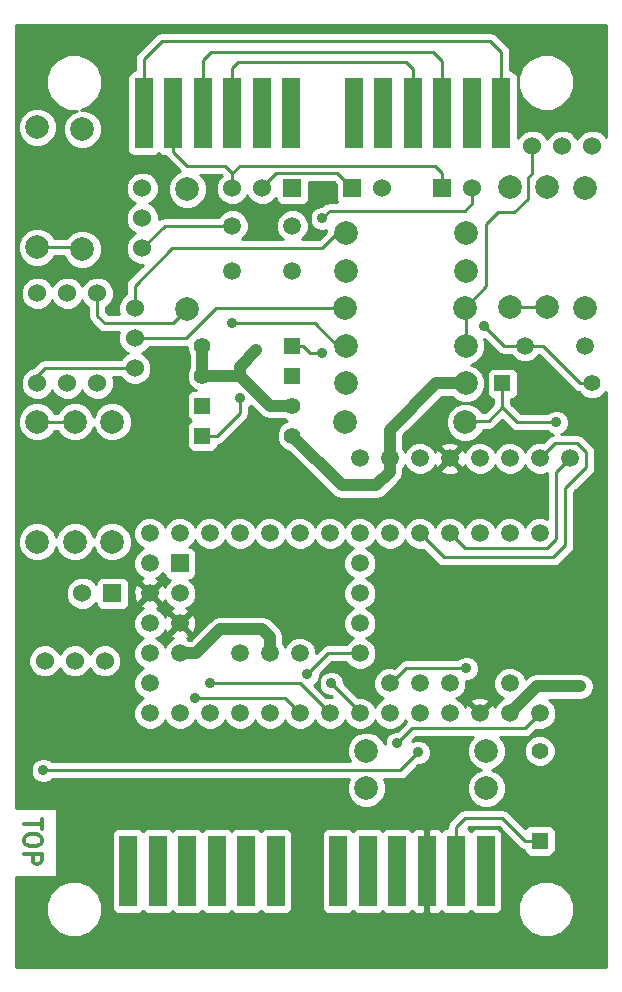
<source format=gtl>
G04 (created by PCBNEW (2013-07-07 BZR 4022)-stable) date 23.08.2017 13:38:22*
%MOIN*%
G04 Gerber Fmt 3.4, Leading zero omitted, Abs format*
%FSLAX34Y34*%
G01*
G70*
G90*
G04 APERTURE LIST*
%ADD10C,0.00590551*%
%ADD11C,0.011811*%
%ADD12C,0.0590551*%
%ADD13C,0.06*%
%ADD14C,0.0787*%
%ADD15R,0.06X0.06*%
%ADD16R,0.055X0.055*%
%ADD17C,0.055*%
%ADD18C,0.0591*%
%ADD19R,0.0590551X0.23622*%
%ADD20R,0.0590551X0.0590551*%
%ADD21C,0.035*%
%ADD22C,0.01*%
%ADD23C,0.0393701*%
G04 APERTURE END LIST*
G54D10*
G54D11*
X51151Y-42026D02*
X51151Y-42364D01*
X50560Y-42195D02*
X51151Y-42195D01*
X51151Y-42673D02*
X51151Y-42785D01*
X51123Y-42842D01*
X51067Y-42898D01*
X50954Y-42926D01*
X50757Y-42926D01*
X50645Y-42898D01*
X50589Y-42842D01*
X50560Y-42785D01*
X50560Y-42673D01*
X50589Y-42617D01*
X50645Y-42560D01*
X50757Y-42532D01*
X50954Y-42532D01*
X51067Y-42560D01*
X51123Y-42617D01*
X51151Y-42673D01*
X50560Y-43179D02*
X51151Y-43179D01*
X51151Y-43404D01*
X51123Y-43460D01*
X51095Y-43488D01*
X51039Y-43517D01*
X50954Y-43517D01*
X50898Y-43488D01*
X50870Y-43460D01*
X50842Y-43404D01*
X50842Y-43179D01*
G54D12*
X68750Y-30000D03*
X67750Y-30000D03*
X66750Y-30000D03*
X65750Y-30000D03*
X64750Y-30000D03*
X63750Y-30000D03*
X62750Y-30000D03*
X61750Y-30000D03*
G54D13*
X54500Y-22000D03*
X54500Y-21000D03*
X54500Y-23000D03*
G54D14*
X51000Y-22969D03*
X51000Y-18969D03*
X52250Y-28781D03*
X52250Y-32781D03*
X53500Y-28781D03*
X53500Y-32781D03*
X66750Y-24969D03*
X66750Y-20969D03*
X51000Y-28781D03*
X51000Y-32781D03*
X68000Y-24969D03*
X68000Y-20969D03*
X61281Y-22500D03*
X65281Y-22500D03*
X65269Y-25000D03*
X61269Y-25000D03*
X61281Y-23750D03*
X65281Y-23750D03*
X56000Y-21031D03*
X56000Y-25031D03*
X52500Y-19031D03*
X52500Y-23031D03*
X65269Y-28800D03*
X61269Y-28800D03*
X61281Y-27500D03*
X65281Y-27500D03*
X65969Y-41000D03*
X61969Y-41000D03*
X65969Y-39750D03*
X61969Y-39750D03*
X69250Y-20981D03*
X69250Y-24981D03*
X61281Y-26250D03*
X65281Y-26250D03*
G54D15*
X59500Y-21000D03*
G54D13*
X58500Y-21000D03*
X57500Y-21000D03*
G54D15*
X53500Y-34500D03*
G54D13*
X52500Y-34500D03*
G54D15*
X64500Y-21000D03*
G54D13*
X65500Y-21000D03*
G54D15*
X61500Y-21000D03*
G54D13*
X62500Y-21000D03*
G54D16*
X66500Y-27500D03*
G54D17*
X69500Y-27500D03*
G54D16*
X56500Y-29250D03*
G54D17*
X59500Y-29250D03*
G54D16*
X56500Y-28250D03*
G54D17*
X59500Y-28250D03*
G54D16*
X59500Y-27250D03*
G54D17*
X56500Y-27250D03*
G54D16*
X59500Y-26250D03*
G54D17*
X56500Y-26250D03*
G54D16*
X67750Y-42750D03*
G54D17*
X67750Y-39750D03*
G54D18*
X57500Y-23750D03*
X59500Y-23750D03*
X57500Y-22250D03*
X59500Y-22250D03*
X67250Y-26250D03*
X69250Y-26250D03*
G54D13*
X52250Y-36750D03*
X51250Y-36750D03*
X53250Y-36750D03*
X68500Y-19600D03*
X69500Y-19600D03*
X67500Y-19600D03*
X52000Y-24500D03*
X51000Y-24500D03*
X53000Y-24500D03*
X54250Y-26000D03*
X54250Y-27000D03*
X54250Y-25000D03*
G54D19*
X54547Y-18500D03*
X55531Y-18500D03*
X56515Y-18500D03*
X57500Y-18500D03*
X58484Y-18500D03*
X59468Y-18500D03*
X61547Y-18500D03*
X62531Y-18500D03*
X63515Y-18500D03*
X64500Y-18500D03*
X65484Y-18500D03*
X66468Y-18500D03*
X65952Y-43750D03*
X64968Y-43750D03*
X63984Y-43750D03*
X63000Y-43750D03*
X62015Y-43750D03*
X61031Y-43750D03*
X58952Y-43750D03*
X57968Y-43750D03*
X56984Y-43750D03*
X56000Y-43750D03*
X55015Y-43750D03*
X54031Y-43750D03*
G54D20*
X55750Y-33500D03*
G54D12*
X55750Y-34500D03*
X55750Y-35500D03*
X55750Y-36500D03*
X57750Y-36500D03*
X58750Y-36500D03*
X59750Y-36500D03*
X61750Y-36500D03*
X61750Y-35500D03*
X61750Y-34500D03*
X61750Y-33500D03*
G54D13*
X52000Y-27500D03*
X53000Y-27500D03*
X51000Y-27500D03*
G54D12*
X67750Y-32500D03*
X66750Y-32500D03*
X65750Y-32500D03*
X64750Y-32500D03*
X63750Y-32500D03*
X62750Y-32500D03*
X61750Y-32500D03*
X60750Y-32500D03*
X59750Y-32500D03*
X58750Y-32500D03*
X57750Y-32500D03*
X56750Y-32500D03*
X55750Y-32500D03*
X54750Y-33500D03*
X66750Y-37500D03*
X54750Y-34500D03*
X54750Y-35500D03*
X54750Y-36500D03*
X54750Y-37500D03*
X54750Y-38500D03*
X55750Y-38500D03*
X56750Y-38500D03*
X57750Y-38500D03*
X58750Y-38500D03*
X59750Y-38500D03*
X60750Y-38500D03*
X61750Y-38500D03*
X62750Y-38500D03*
X63750Y-38500D03*
X64750Y-38500D03*
X65750Y-38500D03*
X66750Y-38500D03*
X54750Y-32500D03*
X67750Y-38500D03*
X62750Y-37500D03*
X63750Y-37500D03*
X64750Y-37500D03*
G54D21*
X63000Y-39500D03*
X57500Y-25500D03*
X58300Y-26400D03*
X69100Y-37600D03*
X60000Y-37200D03*
X56750Y-37500D03*
X56250Y-38000D03*
X65300Y-37000D03*
X65900Y-25600D03*
X57750Y-28000D03*
X60500Y-26500D03*
X60500Y-22000D03*
X63700Y-39800D03*
X51200Y-40400D03*
X68300Y-28800D03*
X60800Y-37500D03*
G54D22*
X57500Y-22250D02*
X55250Y-22250D01*
X55250Y-22250D02*
X54500Y-23000D01*
X67750Y-38500D02*
X67250Y-39000D01*
X63500Y-39000D02*
X63000Y-39500D01*
X67250Y-39000D02*
X63500Y-39000D01*
X61281Y-26250D02*
X61000Y-26250D01*
X60250Y-25500D02*
X57500Y-25500D01*
X61000Y-26250D02*
X60250Y-25500D01*
X51000Y-27500D02*
X51000Y-27250D01*
X51250Y-27000D02*
X54250Y-27000D01*
X51000Y-27250D02*
X51250Y-27000D01*
X67750Y-30000D02*
X68250Y-29500D01*
X64550Y-33300D02*
X63750Y-32500D01*
X68200Y-33300D02*
X64550Y-33300D01*
X68600Y-32900D02*
X68200Y-33300D01*
X68600Y-31000D02*
X68600Y-32900D01*
X69300Y-30300D02*
X68600Y-31000D01*
X69300Y-29800D02*
X69300Y-30300D01*
X69000Y-29500D02*
X69300Y-29800D01*
X68250Y-29500D02*
X69000Y-29500D01*
X68750Y-30000D02*
X68300Y-30450D01*
X65250Y-33000D02*
X64750Y-32500D01*
X68000Y-33000D02*
X65250Y-33000D01*
X68300Y-32700D02*
X68000Y-33000D01*
X68300Y-30450D02*
X68300Y-32700D01*
G54D23*
X56500Y-27250D02*
X56500Y-26250D01*
X57750Y-26950D02*
X57750Y-27250D01*
X58300Y-26400D02*
X57750Y-26950D01*
X66750Y-38500D02*
X67650Y-37600D01*
X67650Y-37600D02*
X69100Y-37600D01*
X56500Y-27250D02*
X57750Y-27250D01*
X58750Y-28250D02*
X59500Y-28250D01*
X57750Y-27250D02*
X58750Y-28250D01*
X59500Y-29250D02*
X61150Y-30900D01*
X64300Y-27500D02*
X65281Y-27500D01*
X62750Y-29050D02*
X64300Y-27500D01*
X62750Y-30450D02*
X62750Y-29050D01*
X62300Y-30900D02*
X62750Y-30450D01*
X61150Y-30900D02*
X62300Y-30900D01*
X55750Y-36500D02*
X56300Y-36500D01*
X58750Y-35950D02*
X58750Y-36500D01*
X58500Y-35700D02*
X58750Y-35950D01*
X57100Y-35700D02*
X58500Y-35700D01*
X56300Y-36500D02*
X57100Y-35700D01*
G54D22*
X61750Y-36500D02*
X60700Y-36500D01*
X60700Y-36500D02*
X60000Y-37200D01*
X59750Y-37500D02*
X60750Y-38500D01*
X56750Y-37500D02*
X59750Y-37500D01*
X59250Y-38000D02*
X59750Y-38500D01*
X56250Y-38000D02*
X59250Y-38000D01*
X51000Y-22969D02*
X52438Y-22969D01*
X52438Y-22969D02*
X52500Y-23031D01*
X56515Y-18500D02*
X56515Y-16734D01*
X64500Y-16750D02*
X64500Y-18500D01*
X64200Y-16450D02*
X64500Y-16750D01*
X56800Y-16450D02*
X64200Y-16450D01*
X56515Y-16734D02*
X56800Y-16450D01*
X57500Y-18500D02*
X57500Y-17000D01*
X63515Y-17015D02*
X63515Y-18500D01*
X63300Y-16800D02*
X63515Y-17015D01*
X57700Y-16800D02*
X63300Y-16800D01*
X57500Y-17000D02*
X57700Y-16800D01*
X53000Y-24500D02*
X53000Y-24750D01*
X55531Y-25500D02*
X56000Y-25031D01*
X53250Y-25500D02*
X55531Y-25500D01*
X53000Y-25250D02*
X53250Y-25500D01*
X53000Y-24750D02*
X53000Y-25250D01*
X62800Y-37500D02*
X62750Y-37500D01*
X63300Y-37000D02*
X62800Y-37500D01*
X65300Y-37000D02*
X63300Y-37000D01*
X67250Y-26250D02*
X67850Y-26250D01*
X67850Y-26250D02*
X69100Y-27500D01*
X69100Y-27500D02*
X69500Y-27500D01*
X69100Y-27500D02*
X69500Y-27500D01*
X67850Y-26250D02*
X69100Y-27500D01*
X66550Y-26250D02*
X67850Y-26250D01*
X65900Y-25600D02*
X66550Y-26250D01*
X61219Y-25000D02*
X56950Y-25000D01*
X55950Y-26000D02*
X54250Y-26000D01*
X56950Y-25000D02*
X55950Y-26000D01*
X61281Y-22500D02*
X61000Y-22500D01*
X54250Y-24250D02*
X54250Y-25000D01*
X55500Y-23000D02*
X54250Y-24250D01*
X60500Y-23000D02*
X55500Y-23000D01*
X61000Y-22500D02*
X60500Y-23000D01*
X54547Y-18500D02*
X54547Y-16702D01*
X66468Y-16468D02*
X66468Y-18500D01*
X66100Y-16100D02*
X66468Y-16468D01*
X55150Y-16100D02*
X66100Y-16100D01*
X54547Y-16702D02*
X55150Y-16100D01*
X67500Y-19600D02*
X67500Y-20000D01*
X67500Y-20500D02*
X67350Y-20650D01*
X67350Y-20650D02*
X67350Y-21350D01*
X67350Y-21350D02*
X66900Y-21800D01*
X66900Y-21800D02*
X66350Y-21800D01*
X66350Y-21800D02*
X65950Y-22200D01*
X65950Y-22200D02*
X65950Y-24269D01*
X65950Y-24269D02*
X65281Y-24938D01*
X65281Y-24938D02*
X65281Y-26250D01*
X67500Y-20000D02*
X67500Y-20500D01*
X67750Y-42750D02*
X67250Y-42750D01*
X64968Y-42281D02*
X64968Y-43750D01*
X65250Y-42000D02*
X64968Y-42281D01*
X66500Y-42000D02*
X65250Y-42000D01*
X67250Y-42750D02*
X66500Y-42000D01*
X56500Y-29250D02*
X57000Y-29250D01*
X57750Y-28500D02*
X57750Y-28000D01*
X57000Y-29250D02*
X57750Y-28500D01*
X58500Y-21000D02*
X58500Y-20950D01*
X58500Y-20950D02*
X58950Y-20500D01*
X58950Y-20500D02*
X61000Y-20500D01*
X61000Y-20500D02*
X61500Y-21000D01*
X59500Y-26250D02*
X59850Y-26250D01*
X60500Y-22000D02*
X60750Y-21750D01*
X60750Y-21750D02*
X65250Y-21750D01*
X65250Y-21750D02*
X65500Y-21500D01*
X65500Y-21500D02*
X65500Y-21000D01*
X60100Y-26500D02*
X60500Y-26500D01*
X59850Y-26250D02*
X60100Y-26500D01*
X63100Y-40400D02*
X63700Y-39800D01*
X62600Y-40400D02*
X63100Y-40400D01*
X62500Y-40400D02*
X62600Y-40400D01*
X51200Y-40400D02*
X62500Y-40400D01*
X51000Y-28781D02*
X52250Y-28781D01*
X66500Y-27500D02*
X66500Y-28300D01*
X66500Y-28300D02*
X67000Y-28800D01*
X67000Y-28800D02*
X68300Y-28800D01*
X65219Y-28750D02*
X66050Y-28750D01*
X66050Y-28750D02*
X66500Y-28300D01*
X60800Y-37500D02*
X61750Y-38450D01*
X61750Y-38450D02*
X61750Y-38500D01*
X66750Y-24969D02*
X68000Y-24969D01*
X57500Y-20500D02*
X57750Y-20250D01*
X64500Y-20500D02*
X64500Y-21000D01*
X64250Y-20250D02*
X64500Y-20500D01*
X57750Y-20250D02*
X64250Y-20250D01*
X55531Y-18500D02*
X55531Y-19781D01*
X57500Y-20500D02*
X57500Y-21000D01*
X57250Y-20250D02*
X57500Y-20500D01*
X56000Y-20250D02*
X57250Y-20250D01*
X55531Y-19781D02*
X56000Y-20250D01*
G54D10*
G36*
X69950Y-46950D02*
X69600Y-46950D01*
X69600Y-30300D01*
X69600Y-29800D01*
X69599Y-29799D01*
X69577Y-29685D01*
X69512Y-29587D01*
X69512Y-29587D01*
X69212Y-29287D01*
X69114Y-29222D01*
X69000Y-29200D01*
X68444Y-29200D01*
X68540Y-29160D01*
X68660Y-29041D01*
X68724Y-28884D01*
X68725Y-28715D01*
X68660Y-28559D01*
X68541Y-28439D01*
X68384Y-28375D01*
X68215Y-28374D01*
X68059Y-28439D01*
X67998Y-28500D01*
X67124Y-28500D01*
X66800Y-28175D01*
X66800Y-28025D01*
X66824Y-28025D01*
X66916Y-27987D01*
X66986Y-27916D01*
X67024Y-27824D01*
X67025Y-27725D01*
X67025Y-27175D01*
X66987Y-27083D01*
X66916Y-27013D01*
X66824Y-26975D01*
X66725Y-26974D01*
X66175Y-26974D01*
X66083Y-27012D01*
X66013Y-27083D01*
X65975Y-27175D01*
X65974Y-27274D01*
X65974Y-27824D01*
X66012Y-27916D01*
X66083Y-27986D01*
X66175Y-28024D01*
X66200Y-28024D01*
X66200Y-28175D01*
X65925Y-28450D01*
X65820Y-28450D01*
X65814Y-28435D01*
X65633Y-28254D01*
X65397Y-28156D01*
X65141Y-28156D01*
X64904Y-28254D01*
X64723Y-28435D01*
X64625Y-28671D01*
X64625Y-28927D01*
X64723Y-29164D01*
X64904Y-29345D01*
X65140Y-29443D01*
X65396Y-29443D01*
X65633Y-29345D01*
X65814Y-29164D01*
X65861Y-29050D01*
X66050Y-29050D01*
X66050Y-29049D01*
X66164Y-29027D01*
X66164Y-29027D01*
X66262Y-28962D01*
X66499Y-28724D01*
X66787Y-29012D01*
X66787Y-29012D01*
X66885Y-29077D01*
X67000Y-29100D01*
X67998Y-29100D01*
X68058Y-29160D01*
X68185Y-29212D01*
X68135Y-29222D01*
X68037Y-29287D01*
X67867Y-29458D01*
X67858Y-29454D01*
X67642Y-29454D01*
X67441Y-29537D01*
X67288Y-29690D01*
X67250Y-29782D01*
X67212Y-29691D01*
X67059Y-29538D01*
X66858Y-29454D01*
X66642Y-29454D01*
X66441Y-29537D01*
X66288Y-29690D01*
X66250Y-29782D01*
X66212Y-29691D01*
X66059Y-29538D01*
X65858Y-29454D01*
X65642Y-29454D01*
X65441Y-29537D01*
X65288Y-29690D01*
X65252Y-29775D01*
X65227Y-29714D01*
X65132Y-29688D01*
X65061Y-29758D01*
X65061Y-29617D01*
X65035Y-29522D01*
X64830Y-29449D01*
X64613Y-29460D01*
X64464Y-29522D01*
X64438Y-29617D01*
X64750Y-29929D01*
X65061Y-29617D01*
X65061Y-29758D01*
X64820Y-30000D01*
X65132Y-30311D01*
X65227Y-30285D01*
X65250Y-30219D01*
X65287Y-30308D01*
X65440Y-30461D01*
X65641Y-30545D01*
X65857Y-30545D01*
X66058Y-30462D01*
X66211Y-30309D01*
X66249Y-30217D01*
X66287Y-30308D01*
X66440Y-30461D01*
X66641Y-30545D01*
X66857Y-30545D01*
X67058Y-30462D01*
X67211Y-30309D01*
X67249Y-30217D01*
X67287Y-30308D01*
X67440Y-30461D01*
X67641Y-30545D01*
X67857Y-30545D01*
X68000Y-30486D01*
X68000Y-32013D01*
X67858Y-31954D01*
X67642Y-31954D01*
X67441Y-32037D01*
X67288Y-32190D01*
X67250Y-32282D01*
X67212Y-32191D01*
X67059Y-32038D01*
X66858Y-31954D01*
X66642Y-31954D01*
X66441Y-32037D01*
X66288Y-32190D01*
X66250Y-32282D01*
X66212Y-32191D01*
X66059Y-32038D01*
X65858Y-31954D01*
X65642Y-31954D01*
X65441Y-32037D01*
X65288Y-32190D01*
X65250Y-32282D01*
X65212Y-32191D01*
X65061Y-32040D01*
X65061Y-30382D01*
X64750Y-30070D01*
X64438Y-30382D01*
X64464Y-30477D01*
X64669Y-30550D01*
X64886Y-30539D01*
X65035Y-30477D01*
X65061Y-30382D01*
X65061Y-32040D01*
X65059Y-32038D01*
X64858Y-31954D01*
X64642Y-31954D01*
X64441Y-32037D01*
X64288Y-32190D01*
X64250Y-32282D01*
X64212Y-32191D01*
X64059Y-32038D01*
X63858Y-31954D01*
X63642Y-31954D01*
X63441Y-32037D01*
X63288Y-32190D01*
X63250Y-32282D01*
X63212Y-32191D01*
X63059Y-32038D01*
X62858Y-31954D01*
X62642Y-31954D01*
X62441Y-32037D01*
X62288Y-32190D01*
X62250Y-32282D01*
X62212Y-32191D01*
X62059Y-32038D01*
X61858Y-31954D01*
X61642Y-31954D01*
X61441Y-32037D01*
X61288Y-32190D01*
X61250Y-32282D01*
X61212Y-32191D01*
X61059Y-32038D01*
X60858Y-31954D01*
X60642Y-31954D01*
X60441Y-32037D01*
X60288Y-32190D01*
X60250Y-32282D01*
X60212Y-32191D01*
X60059Y-32038D01*
X59858Y-31954D01*
X59642Y-31954D01*
X59441Y-32037D01*
X59288Y-32190D01*
X59250Y-32282D01*
X59212Y-32191D01*
X59059Y-32038D01*
X58858Y-31954D01*
X58642Y-31954D01*
X58441Y-32037D01*
X58288Y-32190D01*
X58250Y-32282D01*
X58212Y-32191D01*
X58059Y-32038D01*
X57858Y-31954D01*
X57642Y-31954D01*
X57441Y-32037D01*
X57288Y-32190D01*
X57250Y-32282D01*
X57212Y-32191D01*
X57059Y-32038D01*
X56858Y-31954D01*
X56642Y-31954D01*
X56441Y-32037D01*
X56288Y-32190D01*
X56250Y-32282D01*
X56212Y-32191D01*
X56059Y-32038D01*
X55858Y-31954D01*
X55642Y-31954D01*
X55441Y-32037D01*
X55288Y-32190D01*
X55250Y-32282D01*
X55212Y-32191D01*
X55059Y-32038D01*
X54858Y-31954D01*
X54642Y-31954D01*
X54441Y-32037D01*
X54288Y-32190D01*
X54204Y-32391D01*
X54204Y-32607D01*
X54287Y-32808D01*
X54440Y-32961D01*
X54532Y-32999D01*
X54441Y-33037D01*
X54288Y-33190D01*
X54204Y-33391D01*
X54204Y-33607D01*
X54287Y-33808D01*
X54440Y-33961D01*
X54525Y-33997D01*
X54464Y-34022D01*
X54438Y-34117D01*
X54750Y-34429D01*
X55061Y-34117D01*
X55035Y-34022D01*
X54969Y-33999D01*
X55058Y-33962D01*
X55204Y-33816D01*
X55204Y-33844D01*
X55242Y-33936D01*
X55312Y-34007D01*
X55404Y-34045D01*
X55433Y-34045D01*
X55288Y-34190D01*
X55252Y-34275D01*
X55227Y-34214D01*
X55132Y-34188D01*
X54820Y-34500D01*
X55132Y-34811D01*
X55227Y-34785D01*
X55250Y-34719D01*
X55287Y-34808D01*
X55440Y-34961D01*
X55525Y-34997D01*
X55464Y-35022D01*
X55438Y-35117D01*
X55750Y-35429D01*
X56061Y-35117D01*
X56035Y-35022D01*
X55969Y-34999D01*
X56058Y-34962D01*
X56211Y-34809D01*
X56295Y-34608D01*
X56295Y-34392D01*
X56212Y-34191D01*
X56066Y-34045D01*
X56094Y-34045D01*
X56186Y-34007D01*
X56257Y-33937D01*
X56295Y-33845D01*
X56295Y-33745D01*
X56295Y-33155D01*
X56257Y-33063D01*
X56187Y-32992D01*
X56095Y-32954D01*
X56066Y-32954D01*
X56211Y-32809D01*
X56249Y-32717D01*
X56287Y-32808D01*
X56440Y-32961D01*
X56641Y-33045D01*
X56857Y-33045D01*
X57058Y-32962D01*
X57211Y-32809D01*
X57249Y-32717D01*
X57287Y-32808D01*
X57440Y-32961D01*
X57641Y-33045D01*
X57857Y-33045D01*
X58058Y-32962D01*
X58211Y-32809D01*
X58249Y-32717D01*
X58287Y-32808D01*
X58440Y-32961D01*
X58641Y-33045D01*
X58857Y-33045D01*
X59058Y-32962D01*
X59211Y-32809D01*
X59249Y-32717D01*
X59287Y-32808D01*
X59440Y-32961D01*
X59641Y-33045D01*
X59857Y-33045D01*
X60058Y-32962D01*
X60211Y-32809D01*
X60249Y-32717D01*
X60287Y-32808D01*
X60440Y-32961D01*
X60641Y-33045D01*
X60857Y-33045D01*
X61058Y-32962D01*
X61211Y-32809D01*
X61249Y-32717D01*
X61287Y-32808D01*
X61440Y-32961D01*
X61532Y-32999D01*
X61441Y-33037D01*
X61288Y-33190D01*
X61204Y-33391D01*
X61204Y-33607D01*
X61287Y-33808D01*
X61440Y-33961D01*
X61532Y-33999D01*
X61441Y-34037D01*
X61288Y-34190D01*
X61204Y-34391D01*
X61204Y-34607D01*
X61287Y-34808D01*
X61440Y-34961D01*
X61532Y-34999D01*
X61441Y-35037D01*
X61288Y-35190D01*
X61204Y-35391D01*
X61204Y-35607D01*
X61287Y-35808D01*
X61440Y-35961D01*
X61532Y-35999D01*
X61441Y-36037D01*
X61288Y-36190D01*
X61284Y-36200D01*
X60700Y-36200D01*
X60585Y-36222D01*
X60487Y-36287D01*
X60295Y-36480D01*
X60295Y-36392D01*
X60212Y-36191D01*
X60059Y-36038D01*
X59858Y-35954D01*
X59642Y-35954D01*
X59441Y-36037D01*
X59288Y-36190D01*
X59250Y-36282D01*
X59212Y-36191D01*
X59196Y-36175D01*
X59196Y-35950D01*
X59162Y-35778D01*
X59065Y-35634D01*
X59065Y-35634D01*
X58815Y-35384D01*
X58671Y-35287D01*
X58500Y-35253D01*
X57100Y-35253D01*
X56928Y-35287D01*
X56784Y-35384D01*
X56300Y-35867D01*
X56300Y-35580D01*
X56289Y-35363D01*
X56227Y-35214D01*
X56132Y-35188D01*
X55820Y-35500D01*
X56132Y-35811D01*
X56227Y-35785D01*
X56300Y-35580D01*
X56300Y-35867D01*
X56114Y-36053D01*
X56074Y-36053D01*
X56059Y-36038D01*
X55974Y-36002D01*
X56035Y-35977D01*
X56061Y-35882D01*
X55750Y-35570D01*
X55438Y-35882D01*
X55464Y-35977D01*
X55530Y-36000D01*
X55441Y-36037D01*
X55288Y-36190D01*
X55250Y-36282D01*
X55212Y-36191D01*
X55059Y-36038D01*
X54967Y-36000D01*
X55058Y-35962D01*
X55211Y-35809D01*
X55247Y-35724D01*
X55272Y-35785D01*
X55367Y-35811D01*
X55679Y-35500D01*
X55367Y-35188D01*
X55272Y-35214D01*
X55249Y-35280D01*
X55212Y-35191D01*
X55059Y-35038D01*
X54974Y-35002D01*
X55035Y-34977D01*
X55061Y-34882D01*
X54750Y-34570D01*
X54679Y-34641D01*
X54679Y-34500D01*
X54367Y-34188D01*
X54272Y-34214D01*
X54199Y-34419D01*
X54210Y-34636D01*
X54272Y-34785D01*
X54367Y-34811D01*
X54679Y-34500D01*
X54679Y-34641D01*
X54438Y-34882D01*
X54464Y-34977D01*
X54530Y-35000D01*
X54441Y-35037D01*
X54288Y-35190D01*
X54204Y-35391D01*
X54204Y-35607D01*
X54287Y-35808D01*
X54440Y-35961D01*
X54532Y-35999D01*
X54441Y-36037D01*
X54288Y-36190D01*
X54204Y-36391D01*
X54204Y-36607D01*
X54287Y-36808D01*
X54440Y-36961D01*
X54532Y-36999D01*
X54441Y-37037D01*
X54288Y-37190D01*
X54204Y-37391D01*
X54204Y-37607D01*
X54287Y-37808D01*
X54440Y-37961D01*
X54532Y-37999D01*
X54441Y-38037D01*
X54288Y-38190D01*
X54204Y-38391D01*
X54204Y-38607D01*
X54287Y-38808D01*
X54440Y-38961D01*
X54641Y-39045D01*
X54857Y-39045D01*
X55058Y-38962D01*
X55211Y-38809D01*
X55249Y-38717D01*
X55287Y-38808D01*
X55440Y-38961D01*
X55641Y-39045D01*
X55857Y-39045D01*
X56058Y-38962D01*
X56211Y-38809D01*
X56249Y-38717D01*
X56287Y-38808D01*
X56440Y-38961D01*
X56641Y-39045D01*
X56857Y-39045D01*
X57058Y-38962D01*
X57211Y-38809D01*
X57249Y-38717D01*
X57287Y-38808D01*
X57440Y-38961D01*
X57641Y-39045D01*
X57857Y-39045D01*
X58058Y-38962D01*
X58211Y-38809D01*
X58249Y-38717D01*
X58287Y-38808D01*
X58440Y-38961D01*
X58641Y-39045D01*
X58857Y-39045D01*
X59058Y-38962D01*
X59211Y-38809D01*
X59249Y-38717D01*
X59287Y-38808D01*
X59440Y-38961D01*
X59641Y-39045D01*
X59857Y-39045D01*
X60058Y-38962D01*
X60211Y-38809D01*
X60249Y-38717D01*
X60287Y-38808D01*
X60440Y-38961D01*
X60641Y-39045D01*
X60857Y-39045D01*
X61058Y-38962D01*
X61211Y-38809D01*
X61249Y-38717D01*
X61287Y-38808D01*
X61440Y-38961D01*
X61641Y-39045D01*
X61857Y-39045D01*
X62058Y-38962D01*
X62211Y-38809D01*
X62249Y-38717D01*
X62287Y-38808D01*
X62440Y-38961D01*
X62641Y-39045D01*
X62857Y-39045D01*
X63058Y-38962D01*
X63211Y-38809D01*
X63249Y-38717D01*
X63281Y-38794D01*
X63000Y-39075D01*
X62915Y-39074D01*
X62759Y-39139D01*
X62639Y-39258D01*
X62575Y-39415D01*
X62574Y-39531D01*
X62514Y-39385D01*
X62333Y-39204D01*
X62097Y-39106D01*
X61841Y-39106D01*
X61604Y-39204D01*
X61423Y-39385D01*
X61325Y-39621D01*
X61325Y-39877D01*
X61417Y-40100D01*
X54143Y-40100D01*
X54143Y-32653D01*
X54143Y-28653D01*
X54045Y-28416D01*
X53864Y-28235D01*
X53628Y-28137D01*
X53372Y-28137D01*
X53135Y-28235D01*
X52954Y-28416D01*
X52874Y-28608D01*
X52795Y-28416D01*
X52614Y-28235D01*
X52378Y-28137D01*
X52122Y-28137D01*
X51885Y-28235D01*
X51704Y-28416D01*
X51677Y-28481D01*
X51572Y-28481D01*
X51545Y-28416D01*
X51364Y-28235D01*
X51128Y-28137D01*
X50872Y-28137D01*
X50635Y-28235D01*
X50454Y-28416D01*
X50356Y-28652D01*
X50356Y-28908D01*
X50454Y-29145D01*
X50635Y-29326D01*
X50871Y-29424D01*
X51127Y-29424D01*
X51364Y-29326D01*
X51545Y-29145D01*
X51572Y-29081D01*
X51677Y-29081D01*
X51704Y-29145D01*
X51885Y-29326D01*
X52121Y-29424D01*
X52377Y-29424D01*
X52614Y-29326D01*
X52795Y-29145D01*
X52875Y-28953D01*
X52954Y-29145D01*
X53135Y-29326D01*
X53371Y-29424D01*
X53627Y-29424D01*
X53864Y-29326D01*
X54045Y-29145D01*
X54143Y-28909D01*
X54143Y-28653D01*
X54143Y-32653D01*
X54045Y-32416D01*
X53864Y-32235D01*
X53628Y-32137D01*
X53372Y-32137D01*
X53135Y-32235D01*
X52954Y-32416D01*
X52874Y-32608D01*
X52795Y-32416D01*
X52614Y-32235D01*
X52378Y-32137D01*
X52122Y-32137D01*
X51885Y-32235D01*
X51704Y-32416D01*
X51624Y-32608D01*
X51545Y-32416D01*
X51364Y-32235D01*
X51128Y-32137D01*
X50872Y-32137D01*
X50635Y-32235D01*
X50454Y-32416D01*
X50356Y-32652D01*
X50356Y-32908D01*
X50454Y-33145D01*
X50635Y-33326D01*
X50871Y-33424D01*
X51127Y-33424D01*
X51364Y-33326D01*
X51545Y-33145D01*
X51625Y-32953D01*
X51704Y-33145D01*
X51885Y-33326D01*
X52121Y-33424D01*
X52377Y-33424D01*
X52614Y-33326D01*
X52795Y-33145D01*
X52875Y-32953D01*
X52954Y-33145D01*
X53135Y-33326D01*
X53371Y-33424D01*
X53627Y-33424D01*
X53864Y-33326D01*
X54045Y-33145D01*
X54143Y-32909D01*
X54143Y-32653D01*
X54143Y-40100D01*
X54050Y-40100D01*
X54050Y-34750D01*
X54050Y-34150D01*
X54012Y-34058D01*
X53941Y-33988D01*
X53849Y-33950D01*
X53750Y-33949D01*
X53150Y-33949D01*
X53058Y-33987D01*
X52988Y-34058D01*
X52950Y-34150D01*
X52950Y-34172D01*
X52811Y-34034D01*
X52609Y-33950D01*
X52391Y-33949D01*
X52188Y-34033D01*
X52034Y-34188D01*
X51950Y-34390D01*
X51949Y-34608D01*
X52033Y-34811D01*
X52188Y-34965D01*
X52390Y-35049D01*
X52608Y-35050D01*
X52811Y-34966D01*
X52949Y-34827D01*
X52949Y-34849D01*
X52987Y-34941D01*
X53058Y-35011D01*
X53150Y-35049D01*
X53249Y-35050D01*
X53849Y-35050D01*
X53941Y-35012D01*
X54011Y-34941D01*
X54049Y-34849D01*
X54050Y-34750D01*
X54050Y-40100D01*
X53800Y-40100D01*
X53800Y-36641D01*
X53716Y-36438D01*
X53561Y-36284D01*
X53359Y-36200D01*
X53141Y-36199D01*
X52938Y-36283D01*
X52784Y-36438D01*
X52750Y-36519D01*
X52716Y-36438D01*
X52561Y-36284D01*
X52359Y-36200D01*
X52141Y-36199D01*
X51938Y-36283D01*
X51784Y-36438D01*
X51750Y-36519D01*
X51716Y-36438D01*
X51561Y-36284D01*
X51359Y-36200D01*
X51141Y-36199D01*
X50938Y-36283D01*
X50784Y-36438D01*
X50700Y-36640D01*
X50699Y-36858D01*
X50783Y-37061D01*
X50938Y-37215D01*
X51140Y-37299D01*
X51358Y-37300D01*
X51561Y-37216D01*
X51715Y-37061D01*
X51749Y-36980D01*
X51783Y-37061D01*
X51938Y-37215D01*
X52140Y-37299D01*
X52358Y-37300D01*
X52561Y-37216D01*
X52715Y-37061D01*
X52749Y-36980D01*
X52783Y-37061D01*
X52938Y-37215D01*
X53140Y-37299D01*
X53358Y-37300D01*
X53561Y-37216D01*
X53715Y-37061D01*
X53799Y-36859D01*
X53800Y-36641D01*
X53800Y-40100D01*
X51501Y-40100D01*
X51441Y-40039D01*
X51284Y-39975D01*
X51115Y-39974D01*
X50959Y-40039D01*
X50839Y-40158D01*
X50775Y-40315D01*
X50774Y-40484D01*
X50839Y-40640D01*
X50958Y-40760D01*
X51115Y-40824D01*
X51284Y-40825D01*
X51440Y-40760D01*
X51501Y-40700D01*
X61396Y-40700D01*
X61325Y-40871D01*
X61325Y-41127D01*
X61423Y-41364D01*
X61604Y-41545D01*
X61840Y-41643D01*
X62096Y-41643D01*
X62333Y-41545D01*
X62514Y-41364D01*
X62612Y-41128D01*
X62612Y-40872D01*
X62541Y-40700D01*
X62600Y-40700D01*
X63100Y-40700D01*
X63100Y-40699D01*
X63214Y-40677D01*
X63214Y-40677D01*
X63312Y-40612D01*
X63699Y-40224D01*
X63784Y-40225D01*
X63940Y-40160D01*
X64060Y-40041D01*
X64124Y-39884D01*
X64125Y-39715D01*
X64060Y-39559D01*
X63941Y-39439D01*
X63784Y-39375D01*
X63615Y-39374D01*
X63502Y-39421D01*
X63624Y-39300D01*
X65508Y-39300D01*
X65423Y-39385D01*
X65325Y-39621D01*
X65325Y-39877D01*
X65423Y-40114D01*
X65604Y-40295D01*
X65796Y-40375D01*
X65604Y-40454D01*
X65423Y-40635D01*
X65325Y-40871D01*
X65325Y-41127D01*
X65423Y-41364D01*
X65604Y-41545D01*
X65840Y-41643D01*
X66096Y-41643D01*
X66333Y-41545D01*
X66514Y-41364D01*
X66612Y-41128D01*
X66612Y-40872D01*
X66514Y-40635D01*
X66333Y-40454D01*
X66141Y-40374D01*
X66333Y-40295D01*
X66514Y-40114D01*
X66612Y-39878D01*
X66612Y-39622D01*
X66514Y-39385D01*
X66429Y-39300D01*
X67250Y-39300D01*
X67250Y-39299D01*
X67364Y-39277D01*
X67364Y-39277D01*
X67462Y-39212D01*
X67632Y-39041D01*
X67641Y-39045D01*
X67857Y-39045D01*
X68058Y-38962D01*
X68211Y-38809D01*
X68295Y-38608D01*
X68295Y-38392D01*
X68212Y-38191D01*
X68068Y-38046D01*
X69100Y-38046D01*
X69271Y-38012D01*
X69415Y-37915D01*
X69512Y-37771D01*
X69546Y-37600D01*
X69512Y-37428D01*
X69415Y-37284D01*
X69271Y-37187D01*
X69100Y-37153D01*
X67650Y-37153D01*
X67478Y-37187D01*
X67334Y-37284D01*
X67275Y-37342D01*
X67212Y-37191D01*
X67059Y-37038D01*
X66858Y-36954D01*
X66642Y-36954D01*
X66441Y-37037D01*
X66288Y-37190D01*
X66204Y-37391D01*
X66204Y-37607D01*
X66287Y-37808D01*
X66440Y-37961D01*
X66532Y-37999D01*
X66441Y-38037D01*
X66288Y-38190D01*
X66252Y-38275D01*
X66227Y-38214D01*
X66132Y-38188D01*
X66061Y-38258D01*
X66061Y-38117D01*
X66035Y-38022D01*
X65830Y-37949D01*
X65613Y-37960D01*
X65464Y-38022D01*
X65438Y-38117D01*
X65750Y-38429D01*
X66061Y-38117D01*
X66061Y-38258D01*
X65820Y-38500D01*
X65826Y-38505D01*
X65755Y-38576D01*
X65750Y-38570D01*
X65744Y-38576D01*
X65673Y-38505D01*
X65679Y-38500D01*
X65367Y-38188D01*
X65272Y-38214D01*
X65249Y-38280D01*
X65212Y-38191D01*
X65059Y-38038D01*
X64967Y-38000D01*
X65058Y-37962D01*
X65211Y-37809D01*
X65295Y-37608D01*
X65295Y-37424D01*
X65384Y-37425D01*
X65540Y-37360D01*
X65660Y-37241D01*
X65724Y-37084D01*
X65725Y-36915D01*
X65660Y-36759D01*
X65541Y-36639D01*
X65384Y-36575D01*
X65215Y-36574D01*
X65059Y-36639D01*
X64998Y-36700D01*
X63300Y-36700D01*
X63185Y-36722D01*
X63087Y-36787D01*
X62902Y-36973D01*
X62858Y-36954D01*
X62642Y-36954D01*
X62441Y-37037D01*
X62288Y-37190D01*
X62204Y-37391D01*
X62204Y-37607D01*
X62287Y-37808D01*
X62440Y-37961D01*
X62532Y-37999D01*
X62441Y-38037D01*
X62288Y-38190D01*
X62250Y-38282D01*
X62212Y-38191D01*
X62059Y-38038D01*
X61858Y-37954D01*
X61678Y-37954D01*
X61224Y-37500D01*
X61225Y-37415D01*
X61160Y-37259D01*
X61041Y-37139D01*
X60884Y-37075D01*
X60715Y-37074D01*
X60559Y-37139D01*
X60439Y-37258D01*
X60375Y-37415D01*
X60374Y-37584D01*
X60439Y-37740D01*
X60558Y-37860D01*
X60715Y-37924D01*
X60800Y-37925D01*
X60830Y-37954D01*
X60642Y-37954D01*
X60632Y-37958D01*
X60236Y-37562D01*
X60240Y-37560D01*
X60360Y-37441D01*
X60424Y-37284D01*
X60425Y-37199D01*
X60824Y-36800D01*
X61283Y-36800D01*
X61287Y-36808D01*
X61440Y-36961D01*
X61641Y-37045D01*
X61857Y-37045D01*
X62058Y-36962D01*
X62211Y-36809D01*
X62295Y-36608D01*
X62295Y-36392D01*
X62212Y-36191D01*
X62059Y-36038D01*
X61967Y-36000D01*
X62058Y-35962D01*
X62211Y-35809D01*
X62295Y-35608D01*
X62295Y-35392D01*
X62212Y-35191D01*
X62059Y-35038D01*
X61967Y-35000D01*
X62058Y-34962D01*
X62211Y-34809D01*
X62295Y-34608D01*
X62295Y-34392D01*
X62212Y-34191D01*
X62059Y-34038D01*
X61967Y-34000D01*
X62058Y-33962D01*
X62211Y-33809D01*
X62295Y-33608D01*
X62295Y-33392D01*
X62212Y-33191D01*
X62059Y-33038D01*
X61967Y-33000D01*
X62058Y-32962D01*
X62211Y-32809D01*
X62249Y-32717D01*
X62287Y-32808D01*
X62440Y-32961D01*
X62641Y-33045D01*
X62857Y-33045D01*
X63058Y-32962D01*
X63211Y-32809D01*
X63249Y-32717D01*
X63287Y-32808D01*
X63440Y-32961D01*
X63641Y-33045D01*
X63857Y-33045D01*
X63867Y-33041D01*
X64337Y-33512D01*
X64337Y-33512D01*
X64435Y-33577D01*
X64549Y-33599D01*
X64550Y-33600D01*
X68200Y-33600D01*
X68200Y-33599D01*
X68314Y-33577D01*
X68314Y-33577D01*
X68412Y-33512D01*
X68812Y-33112D01*
X68812Y-33112D01*
X68877Y-33014D01*
X68899Y-32900D01*
X68900Y-32900D01*
X68900Y-31124D01*
X69512Y-30512D01*
X69512Y-30512D01*
X69577Y-30414D01*
X69599Y-30300D01*
X69600Y-30300D01*
X69600Y-46950D01*
X68906Y-46950D01*
X68906Y-44842D01*
X68763Y-44496D01*
X68499Y-44232D01*
X68275Y-44139D01*
X68275Y-39646D01*
X68195Y-39453D01*
X68047Y-39305D01*
X67854Y-39225D01*
X67646Y-39224D01*
X67453Y-39304D01*
X67305Y-39452D01*
X67225Y-39645D01*
X67224Y-39853D01*
X67304Y-40047D01*
X67452Y-40194D01*
X67645Y-40274D01*
X67853Y-40275D01*
X68047Y-40195D01*
X68194Y-40047D01*
X68274Y-39854D01*
X68275Y-39646D01*
X68275Y-44139D01*
X68275Y-44139D01*
X68275Y-42975D01*
X68275Y-42425D01*
X68237Y-42333D01*
X68166Y-42263D01*
X68074Y-42225D01*
X67975Y-42224D01*
X67425Y-42224D01*
X67333Y-42262D01*
X67263Y-42333D01*
X67261Y-42337D01*
X66712Y-41787D01*
X66614Y-41722D01*
X66500Y-41700D01*
X65250Y-41700D01*
X65135Y-41722D01*
X65037Y-41787D01*
X64756Y-42069D01*
X64691Y-42166D01*
X64668Y-42281D01*
X64668Y-42318D01*
X64623Y-42318D01*
X64531Y-42356D01*
X64476Y-42412D01*
X64420Y-42356D01*
X64329Y-42318D01*
X64096Y-42318D01*
X64034Y-42381D01*
X64034Y-43700D01*
X64042Y-43700D01*
X64042Y-43800D01*
X64034Y-43800D01*
X64034Y-45118D01*
X64096Y-45181D01*
X64329Y-45181D01*
X64420Y-45143D01*
X64476Y-45087D01*
X64531Y-45142D01*
X64623Y-45181D01*
X64722Y-45181D01*
X65313Y-45181D01*
X65405Y-45143D01*
X65460Y-45087D01*
X65515Y-45142D01*
X65607Y-45181D01*
X65706Y-45181D01*
X66297Y-45181D01*
X66389Y-45143D01*
X66459Y-45072D01*
X66497Y-44981D01*
X66498Y-44881D01*
X66498Y-42519D01*
X66460Y-42427D01*
X66389Y-42357D01*
X66297Y-42318D01*
X66198Y-42318D01*
X65607Y-42318D01*
X65516Y-42356D01*
X65460Y-42412D01*
X65405Y-42357D01*
X65343Y-42331D01*
X65374Y-42300D01*
X66375Y-42300D01*
X67037Y-42962D01*
X67037Y-42962D01*
X67135Y-43027D01*
X67224Y-43045D01*
X67224Y-43074D01*
X67262Y-43166D01*
X67333Y-43236D01*
X67425Y-43274D01*
X67524Y-43275D01*
X68074Y-43275D01*
X68166Y-43237D01*
X68236Y-43166D01*
X68274Y-43074D01*
X68275Y-42975D01*
X68275Y-44139D01*
X68154Y-44089D01*
X67781Y-44088D01*
X67435Y-44231D01*
X67171Y-44495D01*
X67028Y-44840D01*
X67027Y-45213D01*
X67170Y-45559D01*
X67434Y-45823D01*
X67779Y-45966D01*
X68152Y-45967D01*
X68498Y-45824D01*
X68762Y-45560D01*
X68905Y-45215D01*
X68906Y-44842D01*
X68906Y-46950D01*
X63934Y-46950D01*
X63934Y-45118D01*
X63934Y-43800D01*
X63926Y-43800D01*
X63926Y-43700D01*
X63934Y-43700D01*
X63934Y-42381D01*
X63871Y-42318D01*
X63639Y-42318D01*
X63547Y-42356D01*
X63492Y-42412D01*
X63437Y-42357D01*
X63345Y-42318D01*
X63245Y-42318D01*
X62655Y-42318D01*
X62563Y-42356D01*
X62507Y-42412D01*
X62452Y-42357D01*
X62360Y-42318D01*
X62261Y-42318D01*
X61670Y-42318D01*
X61579Y-42356D01*
X61523Y-42412D01*
X61468Y-42357D01*
X61376Y-42318D01*
X61277Y-42318D01*
X60686Y-42318D01*
X60594Y-42356D01*
X60524Y-42427D01*
X60486Y-42518D01*
X60486Y-42618D01*
X60486Y-44980D01*
X60524Y-45072D01*
X60594Y-45142D01*
X60686Y-45181D01*
X60785Y-45181D01*
X61376Y-45181D01*
X61468Y-45143D01*
X61523Y-45087D01*
X61578Y-45142D01*
X61670Y-45181D01*
X61769Y-45181D01*
X62360Y-45181D01*
X62452Y-45143D01*
X62507Y-45087D01*
X62562Y-45142D01*
X62654Y-45181D01*
X62754Y-45181D01*
X63344Y-45181D01*
X63436Y-45143D01*
X63492Y-45087D01*
X63547Y-45143D01*
X63639Y-45181D01*
X63871Y-45181D01*
X63934Y-45118D01*
X63934Y-46950D01*
X59498Y-46950D01*
X59498Y-44881D01*
X59498Y-42519D01*
X59460Y-42427D01*
X59389Y-42357D01*
X59297Y-42318D01*
X59198Y-42318D01*
X58607Y-42318D01*
X58516Y-42356D01*
X58460Y-42412D01*
X58405Y-42357D01*
X58313Y-42318D01*
X58214Y-42318D01*
X57623Y-42318D01*
X57531Y-42356D01*
X57476Y-42412D01*
X57421Y-42357D01*
X57329Y-42318D01*
X57230Y-42318D01*
X56639Y-42318D01*
X56547Y-42356D01*
X56492Y-42412D01*
X56437Y-42357D01*
X56345Y-42318D01*
X56245Y-42318D01*
X55655Y-42318D01*
X55563Y-42356D01*
X55507Y-42412D01*
X55452Y-42357D01*
X55360Y-42318D01*
X55261Y-42318D01*
X54670Y-42318D01*
X54579Y-42356D01*
X54523Y-42412D01*
X54468Y-42357D01*
X54376Y-42318D01*
X54277Y-42318D01*
X53686Y-42318D01*
X53594Y-42356D01*
X53524Y-42427D01*
X53486Y-42518D01*
X53486Y-42618D01*
X53486Y-44980D01*
X53524Y-45072D01*
X53594Y-45142D01*
X53686Y-45181D01*
X53785Y-45181D01*
X54376Y-45181D01*
X54468Y-45143D01*
X54523Y-45087D01*
X54578Y-45142D01*
X54670Y-45181D01*
X54769Y-45181D01*
X55360Y-45181D01*
X55452Y-45143D01*
X55507Y-45087D01*
X55562Y-45142D01*
X55654Y-45181D01*
X55754Y-45181D01*
X56344Y-45181D01*
X56436Y-45143D01*
X56492Y-45087D01*
X56547Y-45142D01*
X56639Y-45181D01*
X56738Y-45181D01*
X57329Y-45181D01*
X57420Y-45143D01*
X57476Y-45087D01*
X57531Y-45142D01*
X57623Y-45181D01*
X57722Y-45181D01*
X58313Y-45181D01*
X58405Y-45143D01*
X58460Y-45087D01*
X58515Y-45142D01*
X58607Y-45181D01*
X58706Y-45181D01*
X59297Y-45181D01*
X59389Y-45143D01*
X59459Y-45072D01*
X59497Y-44981D01*
X59498Y-44881D01*
X59498Y-46950D01*
X53158Y-46950D01*
X53158Y-44842D01*
X53015Y-44496D01*
X52751Y-44232D01*
X52406Y-44089D01*
X52033Y-44088D01*
X51687Y-44231D01*
X51423Y-44495D01*
X51280Y-44840D01*
X51279Y-45213D01*
X51422Y-45559D01*
X51686Y-45823D01*
X52031Y-45966D01*
X52404Y-45967D01*
X52750Y-45824D01*
X53014Y-45560D01*
X53157Y-45215D01*
X53158Y-44842D01*
X53158Y-46950D01*
X50300Y-46950D01*
X50300Y-43938D01*
X51640Y-43938D01*
X51640Y-41661D01*
X50300Y-41661D01*
X50300Y-15550D01*
X69950Y-15550D01*
X69950Y-19272D01*
X69811Y-19134D01*
X69609Y-19050D01*
X69391Y-19049D01*
X69188Y-19133D01*
X69034Y-19288D01*
X69000Y-19369D01*
X68966Y-19288D01*
X68906Y-19228D01*
X68906Y-17283D01*
X68763Y-16937D01*
X68499Y-16673D01*
X68154Y-16530D01*
X67781Y-16529D01*
X67435Y-16672D01*
X67171Y-16936D01*
X67028Y-17281D01*
X67027Y-17654D01*
X67170Y-18000D01*
X67434Y-18264D01*
X67779Y-18407D01*
X68152Y-18408D01*
X68498Y-18265D01*
X68762Y-18001D01*
X68905Y-17656D01*
X68906Y-17283D01*
X68906Y-19228D01*
X68811Y-19134D01*
X68609Y-19050D01*
X68391Y-19049D01*
X68188Y-19133D01*
X68034Y-19288D01*
X68000Y-19369D01*
X67966Y-19288D01*
X67811Y-19134D01*
X67609Y-19050D01*
X67391Y-19049D01*
X67188Y-19133D01*
X67034Y-19288D01*
X67013Y-19336D01*
X67013Y-17269D01*
X66975Y-17177D01*
X66905Y-17107D01*
X66813Y-17068D01*
X66768Y-17068D01*
X66768Y-16468D01*
X66768Y-16468D01*
X66745Y-16353D01*
X66680Y-16256D01*
X66680Y-16256D01*
X66312Y-15887D01*
X66214Y-15822D01*
X66100Y-15800D01*
X55150Y-15800D01*
X55035Y-15822D01*
X54937Y-15887D01*
X54335Y-16490D01*
X54270Y-16587D01*
X54247Y-16702D01*
X54247Y-17068D01*
X54202Y-17068D01*
X54110Y-17106D01*
X54040Y-17177D01*
X54002Y-17268D01*
X54001Y-17368D01*
X54001Y-19730D01*
X54039Y-19822D01*
X54110Y-19892D01*
X54202Y-19931D01*
X54301Y-19931D01*
X54892Y-19931D01*
X54983Y-19893D01*
X55039Y-19837D01*
X55094Y-19892D01*
X55186Y-19931D01*
X55277Y-19931D01*
X55319Y-19993D01*
X55759Y-20434D01*
X55635Y-20485D01*
X55454Y-20666D01*
X55356Y-20902D01*
X55356Y-21158D01*
X55454Y-21395D01*
X55635Y-21576D01*
X55871Y-21674D01*
X56127Y-21674D01*
X56364Y-21576D01*
X56545Y-21395D01*
X56643Y-21159D01*
X56643Y-20903D01*
X56545Y-20666D01*
X56429Y-20550D01*
X57125Y-20550D01*
X57148Y-20573D01*
X57034Y-20688D01*
X56950Y-20890D01*
X56949Y-21108D01*
X57033Y-21311D01*
X57188Y-21465D01*
X57390Y-21549D01*
X57608Y-21550D01*
X57811Y-21466D01*
X57965Y-21311D01*
X57999Y-21230D01*
X58033Y-21311D01*
X58188Y-21465D01*
X58390Y-21549D01*
X58608Y-21550D01*
X58811Y-21466D01*
X58949Y-21327D01*
X58949Y-21349D01*
X58987Y-21441D01*
X59058Y-21511D01*
X59150Y-21549D01*
X59249Y-21550D01*
X59849Y-21550D01*
X59941Y-21512D01*
X60011Y-21441D01*
X60049Y-21349D01*
X60050Y-21250D01*
X60050Y-20800D01*
X60875Y-20800D01*
X60949Y-20874D01*
X60949Y-21349D01*
X60987Y-21441D01*
X60996Y-21450D01*
X60750Y-21450D01*
X60635Y-21472D01*
X60537Y-21537D01*
X60500Y-21575D01*
X60415Y-21574D01*
X60259Y-21639D01*
X60139Y-21758D01*
X60075Y-21915D01*
X60074Y-22084D01*
X60139Y-22240D01*
X60258Y-22360D01*
X60415Y-22424D01*
X60584Y-22425D01*
X60637Y-22403D01*
X60637Y-22438D01*
X60375Y-22700D01*
X59821Y-22700D01*
X59962Y-22559D01*
X60045Y-22358D01*
X60045Y-22141D01*
X59962Y-21941D01*
X59809Y-21787D01*
X59608Y-21704D01*
X59391Y-21704D01*
X59191Y-21787D01*
X59037Y-21940D01*
X58954Y-22141D01*
X58954Y-22358D01*
X59037Y-22558D01*
X59178Y-22700D01*
X57821Y-22700D01*
X57962Y-22559D01*
X58045Y-22358D01*
X58045Y-22141D01*
X57962Y-21941D01*
X57809Y-21787D01*
X57608Y-21704D01*
X57391Y-21704D01*
X57191Y-21787D01*
X57037Y-21940D01*
X57033Y-21950D01*
X55250Y-21950D01*
X55135Y-21972D01*
X55049Y-22029D01*
X55050Y-21891D01*
X54966Y-21688D01*
X54811Y-21534D01*
X54730Y-21500D01*
X54811Y-21466D01*
X54965Y-21311D01*
X55049Y-21109D01*
X55050Y-20891D01*
X54966Y-20688D01*
X54811Y-20534D01*
X54609Y-20450D01*
X54391Y-20449D01*
X54188Y-20533D01*
X54034Y-20688D01*
X53950Y-20890D01*
X53949Y-21108D01*
X54033Y-21311D01*
X54188Y-21465D01*
X54269Y-21499D01*
X54188Y-21533D01*
X54034Y-21688D01*
X53950Y-21890D01*
X53949Y-22108D01*
X54033Y-22311D01*
X54188Y-22465D01*
X54269Y-22499D01*
X54188Y-22533D01*
X54034Y-22688D01*
X53950Y-22890D01*
X53949Y-23108D01*
X54033Y-23311D01*
X54188Y-23465D01*
X54390Y-23549D01*
X54525Y-23550D01*
X54037Y-24037D01*
X53972Y-24135D01*
X53950Y-24250D01*
X53950Y-24528D01*
X53938Y-24533D01*
X53784Y-24688D01*
X53700Y-24890D01*
X53699Y-25108D01*
X53737Y-25200D01*
X53374Y-25200D01*
X53300Y-25125D01*
X53300Y-24971D01*
X53311Y-24966D01*
X53465Y-24811D01*
X53549Y-24609D01*
X53550Y-24391D01*
X53466Y-24188D01*
X53311Y-24034D01*
X53158Y-23970D01*
X53158Y-17283D01*
X53015Y-16937D01*
X52751Y-16673D01*
X52406Y-16530D01*
X52033Y-16529D01*
X51687Y-16672D01*
X51423Y-16936D01*
X51280Y-17281D01*
X51279Y-17654D01*
X51422Y-18000D01*
X51686Y-18264D01*
X52031Y-18407D01*
X52322Y-18408D01*
X52135Y-18485D01*
X51954Y-18666D01*
X51856Y-18902D01*
X51856Y-19158D01*
X51954Y-19395D01*
X52135Y-19576D01*
X52371Y-19674D01*
X52627Y-19674D01*
X52864Y-19576D01*
X53045Y-19395D01*
X53143Y-19159D01*
X53143Y-18903D01*
X53045Y-18666D01*
X52864Y-18485D01*
X52628Y-18387D01*
X52455Y-18387D01*
X52750Y-18265D01*
X53014Y-18001D01*
X53157Y-17656D01*
X53158Y-17283D01*
X53158Y-23970D01*
X53143Y-23964D01*
X53143Y-22903D01*
X53045Y-22666D01*
X52864Y-22485D01*
X52628Y-22387D01*
X52372Y-22387D01*
X52135Y-22485D01*
X51954Y-22666D01*
X51953Y-22669D01*
X51643Y-22669D01*
X51643Y-18841D01*
X51545Y-18604D01*
X51364Y-18423D01*
X51128Y-18325D01*
X50872Y-18325D01*
X50635Y-18423D01*
X50454Y-18604D01*
X50356Y-18840D01*
X50356Y-19096D01*
X50454Y-19333D01*
X50635Y-19514D01*
X50871Y-19612D01*
X51127Y-19612D01*
X51364Y-19514D01*
X51545Y-19333D01*
X51643Y-19097D01*
X51643Y-18841D01*
X51643Y-22669D01*
X51572Y-22669D01*
X51545Y-22604D01*
X51364Y-22423D01*
X51128Y-22325D01*
X50872Y-22325D01*
X50635Y-22423D01*
X50454Y-22604D01*
X50356Y-22840D01*
X50356Y-23096D01*
X50454Y-23333D01*
X50635Y-23514D01*
X50871Y-23612D01*
X51127Y-23612D01*
X51364Y-23514D01*
X51545Y-23333D01*
X51572Y-23269D01*
X51902Y-23269D01*
X51954Y-23395D01*
X52135Y-23576D01*
X52371Y-23674D01*
X52627Y-23674D01*
X52864Y-23576D01*
X53045Y-23395D01*
X53143Y-23159D01*
X53143Y-22903D01*
X53143Y-23964D01*
X53109Y-23950D01*
X52891Y-23949D01*
X52688Y-24033D01*
X52534Y-24188D01*
X52500Y-24269D01*
X52466Y-24188D01*
X52311Y-24034D01*
X52109Y-23950D01*
X51891Y-23949D01*
X51688Y-24033D01*
X51534Y-24188D01*
X51500Y-24269D01*
X51466Y-24188D01*
X51311Y-24034D01*
X51109Y-23950D01*
X50891Y-23949D01*
X50688Y-24033D01*
X50534Y-24188D01*
X50450Y-24390D01*
X50449Y-24608D01*
X50533Y-24811D01*
X50688Y-24965D01*
X50890Y-25049D01*
X51108Y-25050D01*
X51311Y-24966D01*
X51465Y-24811D01*
X51499Y-24730D01*
X51533Y-24811D01*
X51688Y-24965D01*
X51890Y-25049D01*
X52108Y-25050D01*
X52311Y-24966D01*
X52465Y-24811D01*
X52499Y-24730D01*
X52533Y-24811D01*
X52688Y-24965D01*
X52700Y-24970D01*
X52700Y-25250D01*
X52722Y-25364D01*
X52787Y-25462D01*
X53037Y-25712D01*
X53037Y-25712D01*
X53135Y-25777D01*
X53250Y-25800D01*
X53737Y-25800D01*
X53700Y-25890D01*
X53699Y-26108D01*
X53783Y-26311D01*
X53938Y-26465D01*
X54019Y-26499D01*
X53938Y-26533D01*
X53784Y-26688D01*
X53779Y-26700D01*
X51250Y-26700D01*
X51135Y-26722D01*
X51037Y-26787D01*
X50865Y-26960D01*
X50688Y-27033D01*
X50534Y-27188D01*
X50450Y-27390D01*
X50449Y-27608D01*
X50533Y-27811D01*
X50688Y-27965D01*
X50890Y-28049D01*
X51108Y-28050D01*
X51311Y-27966D01*
X51465Y-27811D01*
X51499Y-27730D01*
X51533Y-27811D01*
X51688Y-27965D01*
X51890Y-28049D01*
X52108Y-28050D01*
X52311Y-27966D01*
X52465Y-27811D01*
X52499Y-27730D01*
X52533Y-27811D01*
X52688Y-27965D01*
X52890Y-28049D01*
X53108Y-28050D01*
X53311Y-27966D01*
X53465Y-27811D01*
X53549Y-27609D01*
X53550Y-27391D01*
X53512Y-27300D01*
X53778Y-27300D01*
X53783Y-27311D01*
X53938Y-27465D01*
X54140Y-27549D01*
X54358Y-27550D01*
X54561Y-27466D01*
X54715Y-27311D01*
X54799Y-27109D01*
X54800Y-26891D01*
X54716Y-26688D01*
X54561Y-26534D01*
X54480Y-26500D01*
X54561Y-26466D01*
X54715Y-26311D01*
X54720Y-26300D01*
X55950Y-26300D01*
X55950Y-26299D01*
X55974Y-26295D01*
X55974Y-26353D01*
X56053Y-26543D01*
X56053Y-26957D01*
X55975Y-27145D01*
X55974Y-27353D01*
X56054Y-27547D01*
X56202Y-27694D01*
X56274Y-27724D01*
X56175Y-27724D01*
X56083Y-27762D01*
X56013Y-27833D01*
X55975Y-27925D01*
X55974Y-28024D01*
X55974Y-28574D01*
X56012Y-28666D01*
X56083Y-28736D01*
X56114Y-28749D01*
X56083Y-28762D01*
X56013Y-28833D01*
X55975Y-28925D01*
X55974Y-29024D01*
X55974Y-29574D01*
X56012Y-29666D01*
X56083Y-29736D01*
X56175Y-29774D01*
X56274Y-29775D01*
X56824Y-29775D01*
X56916Y-29737D01*
X56986Y-29666D01*
X57024Y-29574D01*
X57024Y-29545D01*
X57114Y-29527D01*
X57114Y-29527D01*
X57212Y-29462D01*
X57962Y-28712D01*
X57962Y-28712D01*
X58027Y-28614D01*
X58049Y-28500D01*
X58050Y-28500D01*
X58050Y-28301D01*
X58109Y-28241D01*
X58434Y-28565D01*
X58434Y-28565D01*
X58578Y-28662D01*
X58750Y-28696D01*
X59207Y-28696D01*
X59335Y-28750D01*
X59203Y-28804D01*
X59055Y-28952D01*
X58975Y-29145D01*
X58974Y-29353D01*
X59054Y-29547D01*
X59202Y-29694D01*
X59391Y-29773D01*
X60834Y-31215D01*
X60978Y-31312D01*
X60978Y-31312D01*
X61150Y-31346D01*
X62300Y-31346D01*
X62471Y-31312D01*
X62471Y-31312D01*
X62615Y-31215D01*
X63065Y-30765D01*
X63162Y-30621D01*
X63162Y-30621D01*
X63196Y-30450D01*
X63196Y-30324D01*
X63211Y-30309D01*
X63249Y-30217D01*
X63287Y-30308D01*
X63440Y-30461D01*
X63641Y-30545D01*
X63857Y-30545D01*
X64058Y-30462D01*
X64211Y-30309D01*
X64247Y-30224D01*
X64272Y-30285D01*
X64367Y-30311D01*
X64679Y-30000D01*
X64367Y-29688D01*
X64272Y-29714D01*
X64249Y-29780D01*
X64212Y-29691D01*
X64059Y-29538D01*
X63858Y-29454D01*
X63642Y-29454D01*
X63441Y-29537D01*
X63288Y-29690D01*
X63250Y-29782D01*
X63212Y-29691D01*
X63196Y-29675D01*
X63196Y-29235D01*
X64485Y-27946D01*
X64817Y-27946D01*
X64916Y-28045D01*
X65152Y-28143D01*
X65408Y-28143D01*
X65645Y-28045D01*
X65826Y-27864D01*
X65924Y-27628D01*
X65924Y-27372D01*
X65826Y-27135D01*
X65645Y-26954D01*
X65453Y-26874D01*
X65645Y-26795D01*
X65826Y-26614D01*
X65924Y-26378D01*
X65924Y-26122D01*
X65884Y-26024D01*
X65900Y-26025D01*
X66337Y-26462D01*
X66337Y-26462D01*
X66435Y-26527D01*
X66550Y-26550D01*
X66783Y-26550D01*
X66787Y-26558D01*
X66940Y-26712D01*
X67141Y-26795D01*
X67358Y-26795D01*
X67558Y-26712D01*
X67712Y-26559D01*
X67716Y-26550D01*
X67725Y-26550D01*
X68887Y-27712D01*
X68985Y-27777D01*
X69051Y-27790D01*
X69054Y-27797D01*
X69202Y-27944D01*
X69395Y-28024D01*
X69603Y-28025D01*
X69797Y-27945D01*
X69944Y-27797D01*
X69950Y-27785D01*
X69950Y-46950D01*
X69950Y-46950D01*
G37*
G54D22*
X69950Y-46950D02*
X69600Y-46950D01*
X69600Y-30300D01*
X69600Y-29800D01*
X69599Y-29799D01*
X69577Y-29685D01*
X69512Y-29587D01*
X69512Y-29587D01*
X69212Y-29287D01*
X69114Y-29222D01*
X69000Y-29200D01*
X68444Y-29200D01*
X68540Y-29160D01*
X68660Y-29041D01*
X68724Y-28884D01*
X68725Y-28715D01*
X68660Y-28559D01*
X68541Y-28439D01*
X68384Y-28375D01*
X68215Y-28374D01*
X68059Y-28439D01*
X67998Y-28500D01*
X67124Y-28500D01*
X66800Y-28175D01*
X66800Y-28025D01*
X66824Y-28025D01*
X66916Y-27987D01*
X66986Y-27916D01*
X67024Y-27824D01*
X67025Y-27725D01*
X67025Y-27175D01*
X66987Y-27083D01*
X66916Y-27013D01*
X66824Y-26975D01*
X66725Y-26974D01*
X66175Y-26974D01*
X66083Y-27012D01*
X66013Y-27083D01*
X65975Y-27175D01*
X65974Y-27274D01*
X65974Y-27824D01*
X66012Y-27916D01*
X66083Y-27986D01*
X66175Y-28024D01*
X66200Y-28024D01*
X66200Y-28175D01*
X65925Y-28450D01*
X65820Y-28450D01*
X65814Y-28435D01*
X65633Y-28254D01*
X65397Y-28156D01*
X65141Y-28156D01*
X64904Y-28254D01*
X64723Y-28435D01*
X64625Y-28671D01*
X64625Y-28927D01*
X64723Y-29164D01*
X64904Y-29345D01*
X65140Y-29443D01*
X65396Y-29443D01*
X65633Y-29345D01*
X65814Y-29164D01*
X65861Y-29050D01*
X66050Y-29050D01*
X66050Y-29049D01*
X66164Y-29027D01*
X66164Y-29027D01*
X66262Y-28962D01*
X66499Y-28724D01*
X66787Y-29012D01*
X66787Y-29012D01*
X66885Y-29077D01*
X67000Y-29100D01*
X67998Y-29100D01*
X68058Y-29160D01*
X68185Y-29212D01*
X68135Y-29222D01*
X68037Y-29287D01*
X67867Y-29458D01*
X67858Y-29454D01*
X67642Y-29454D01*
X67441Y-29537D01*
X67288Y-29690D01*
X67250Y-29782D01*
X67212Y-29691D01*
X67059Y-29538D01*
X66858Y-29454D01*
X66642Y-29454D01*
X66441Y-29537D01*
X66288Y-29690D01*
X66250Y-29782D01*
X66212Y-29691D01*
X66059Y-29538D01*
X65858Y-29454D01*
X65642Y-29454D01*
X65441Y-29537D01*
X65288Y-29690D01*
X65252Y-29775D01*
X65227Y-29714D01*
X65132Y-29688D01*
X65061Y-29758D01*
X65061Y-29617D01*
X65035Y-29522D01*
X64830Y-29449D01*
X64613Y-29460D01*
X64464Y-29522D01*
X64438Y-29617D01*
X64750Y-29929D01*
X65061Y-29617D01*
X65061Y-29758D01*
X64820Y-30000D01*
X65132Y-30311D01*
X65227Y-30285D01*
X65250Y-30219D01*
X65287Y-30308D01*
X65440Y-30461D01*
X65641Y-30545D01*
X65857Y-30545D01*
X66058Y-30462D01*
X66211Y-30309D01*
X66249Y-30217D01*
X66287Y-30308D01*
X66440Y-30461D01*
X66641Y-30545D01*
X66857Y-30545D01*
X67058Y-30462D01*
X67211Y-30309D01*
X67249Y-30217D01*
X67287Y-30308D01*
X67440Y-30461D01*
X67641Y-30545D01*
X67857Y-30545D01*
X68000Y-30486D01*
X68000Y-32013D01*
X67858Y-31954D01*
X67642Y-31954D01*
X67441Y-32037D01*
X67288Y-32190D01*
X67250Y-32282D01*
X67212Y-32191D01*
X67059Y-32038D01*
X66858Y-31954D01*
X66642Y-31954D01*
X66441Y-32037D01*
X66288Y-32190D01*
X66250Y-32282D01*
X66212Y-32191D01*
X66059Y-32038D01*
X65858Y-31954D01*
X65642Y-31954D01*
X65441Y-32037D01*
X65288Y-32190D01*
X65250Y-32282D01*
X65212Y-32191D01*
X65061Y-32040D01*
X65061Y-30382D01*
X64750Y-30070D01*
X64438Y-30382D01*
X64464Y-30477D01*
X64669Y-30550D01*
X64886Y-30539D01*
X65035Y-30477D01*
X65061Y-30382D01*
X65061Y-32040D01*
X65059Y-32038D01*
X64858Y-31954D01*
X64642Y-31954D01*
X64441Y-32037D01*
X64288Y-32190D01*
X64250Y-32282D01*
X64212Y-32191D01*
X64059Y-32038D01*
X63858Y-31954D01*
X63642Y-31954D01*
X63441Y-32037D01*
X63288Y-32190D01*
X63250Y-32282D01*
X63212Y-32191D01*
X63059Y-32038D01*
X62858Y-31954D01*
X62642Y-31954D01*
X62441Y-32037D01*
X62288Y-32190D01*
X62250Y-32282D01*
X62212Y-32191D01*
X62059Y-32038D01*
X61858Y-31954D01*
X61642Y-31954D01*
X61441Y-32037D01*
X61288Y-32190D01*
X61250Y-32282D01*
X61212Y-32191D01*
X61059Y-32038D01*
X60858Y-31954D01*
X60642Y-31954D01*
X60441Y-32037D01*
X60288Y-32190D01*
X60250Y-32282D01*
X60212Y-32191D01*
X60059Y-32038D01*
X59858Y-31954D01*
X59642Y-31954D01*
X59441Y-32037D01*
X59288Y-32190D01*
X59250Y-32282D01*
X59212Y-32191D01*
X59059Y-32038D01*
X58858Y-31954D01*
X58642Y-31954D01*
X58441Y-32037D01*
X58288Y-32190D01*
X58250Y-32282D01*
X58212Y-32191D01*
X58059Y-32038D01*
X57858Y-31954D01*
X57642Y-31954D01*
X57441Y-32037D01*
X57288Y-32190D01*
X57250Y-32282D01*
X57212Y-32191D01*
X57059Y-32038D01*
X56858Y-31954D01*
X56642Y-31954D01*
X56441Y-32037D01*
X56288Y-32190D01*
X56250Y-32282D01*
X56212Y-32191D01*
X56059Y-32038D01*
X55858Y-31954D01*
X55642Y-31954D01*
X55441Y-32037D01*
X55288Y-32190D01*
X55250Y-32282D01*
X55212Y-32191D01*
X55059Y-32038D01*
X54858Y-31954D01*
X54642Y-31954D01*
X54441Y-32037D01*
X54288Y-32190D01*
X54204Y-32391D01*
X54204Y-32607D01*
X54287Y-32808D01*
X54440Y-32961D01*
X54532Y-32999D01*
X54441Y-33037D01*
X54288Y-33190D01*
X54204Y-33391D01*
X54204Y-33607D01*
X54287Y-33808D01*
X54440Y-33961D01*
X54525Y-33997D01*
X54464Y-34022D01*
X54438Y-34117D01*
X54750Y-34429D01*
X55061Y-34117D01*
X55035Y-34022D01*
X54969Y-33999D01*
X55058Y-33962D01*
X55204Y-33816D01*
X55204Y-33844D01*
X55242Y-33936D01*
X55312Y-34007D01*
X55404Y-34045D01*
X55433Y-34045D01*
X55288Y-34190D01*
X55252Y-34275D01*
X55227Y-34214D01*
X55132Y-34188D01*
X54820Y-34500D01*
X55132Y-34811D01*
X55227Y-34785D01*
X55250Y-34719D01*
X55287Y-34808D01*
X55440Y-34961D01*
X55525Y-34997D01*
X55464Y-35022D01*
X55438Y-35117D01*
X55750Y-35429D01*
X56061Y-35117D01*
X56035Y-35022D01*
X55969Y-34999D01*
X56058Y-34962D01*
X56211Y-34809D01*
X56295Y-34608D01*
X56295Y-34392D01*
X56212Y-34191D01*
X56066Y-34045D01*
X56094Y-34045D01*
X56186Y-34007D01*
X56257Y-33937D01*
X56295Y-33845D01*
X56295Y-33745D01*
X56295Y-33155D01*
X56257Y-33063D01*
X56187Y-32992D01*
X56095Y-32954D01*
X56066Y-32954D01*
X56211Y-32809D01*
X56249Y-32717D01*
X56287Y-32808D01*
X56440Y-32961D01*
X56641Y-33045D01*
X56857Y-33045D01*
X57058Y-32962D01*
X57211Y-32809D01*
X57249Y-32717D01*
X57287Y-32808D01*
X57440Y-32961D01*
X57641Y-33045D01*
X57857Y-33045D01*
X58058Y-32962D01*
X58211Y-32809D01*
X58249Y-32717D01*
X58287Y-32808D01*
X58440Y-32961D01*
X58641Y-33045D01*
X58857Y-33045D01*
X59058Y-32962D01*
X59211Y-32809D01*
X59249Y-32717D01*
X59287Y-32808D01*
X59440Y-32961D01*
X59641Y-33045D01*
X59857Y-33045D01*
X60058Y-32962D01*
X60211Y-32809D01*
X60249Y-32717D01*
X60287Y-32808D01*
X60440Y-32961D01*
X60641Y-33045D01*
X60857Y-33045D01*
X61058Y-32962D01*
X61211Y-32809D01*
X61249Y-32717D01*
X61287Y-32808D01*
X61440Y-32961D01*
X61532Y-32999D01*
X61441Y-33037D01*
X61288Y-33190D01*
X61204Y-33391D01*
X61204Y-33607D01*
X61287Y-33808D01*
X61440Y-33961D01*
X61532Y-33999D01*
X61441Y-34037D01*
X61288Y-34190D01*
X61204Y-34391D01*
X61204Y-34607D01*
X61287Y-34808D01*
X61440Y-34961D01*
X61532Y-34999D01*
X61441Y-35037D01*
X61288Y-35190D01*
X61204Y-35391D01*
X61204Y-35607D01*
X61287Y-35808D01*
X61440Y-35961D01*
X61532Y-35999D01*
X61441Y-36037D01*
X61288Y-36190D01*
X61284Y-36200D01*
X60700Y-36200D01*
X60585Y-36222D01*
X60487Y-36287D01*
X60295Y-36480D01*
X60295Y-36392D01*
X60212Y-36191D01*
X60059Y-36038D01*
X59858Y-35954D01*
X59642Y-35954D01*
X59441Y-36037D01*
X59288Y-36190D01*
X59250Y-36282D01*
X59212Y-36191D01*
X59196Y-36175D01*
X59196Y-35950D01*
X59162Y-35778D01*
X59065Y-35634D01*
X59065Y-35634D01*
X58815Y-35384D01*
X58671Y-35287D01*
X58500Y-35253D01*
X57100Y-35253D01*
X56928Y-35287D01*
X56784Y-35384D01*
X56300Y-35867D01*
X56300Y-35580D01*
X56289Y-35363D01*
X56227Y-35214D01*
X56132Y-35188D01*
X55820Y-35500D01*
X56132Y-35811D01*
X56227Y-35785D01*
X56300Y-35580D01*
X56300Y-35867D01*
X56114Y-36053D01*
X56074Y-36053D01*
X56059Y-36038D01*
X55974Y-36002D01*
X56035Y-35977D01*
X56061Y-35882D01*
X55750Y-35570D01*
X55438Y-35882D01*
X55464Y-35977D01*
X55530Y-36000D01*
X55441Y-36037D01*
X55288Y-36190D01*
X55250Y-36282D01*
X55212Y-36191D01*
X55059Y-36038D01*
X54967Y-36000D01*
X55058Y-35962D01*
X55211Y-35809D01*
X55247Y-35724D01*
X55272Y-35785D01*
X55367Y-35811D01*
X55679Y-35500D01*
X55367Y-35188D01*
X55272Y-35214D01*
X55249Y-35280D01*
X55212Y-35191D01*
X55059Y-35038D01*
X54974Y-35002D01*
X55035Y-34977D01*
X55061Y-34882D01*
X54750Y-34570D01*
X54679Y-34641D01*
X54679Y-34500D01*
X54367Y-34188D01*
X54272Y-34214D01*
X54199Y-34419D01*
X54210Y-34636D01*
X54272Y-34785D01*
X54367Y-34811D01*
X54679Y-34500D01*
X54679Y-34641D01*
X54438Y-34882D01*
X54464Y-34977D01*
X54530Y-35000D01*
X54441Y-35037D01*
X54288Y-35190D01*
X54204Y-35391D01*
X54204Y-35607D01*
X54287Y-35808D01*
X54440Y-35961D01*
X54532Y-35999D01*
X54441Y-36037D01*
X54288Y-36190D01*
X54204Y-36391D01*
X54204Y-36607D01*
X54287Y-36808D01*
X54440Y-36961D01*
X54532Y-36999D01*
X54441Y-37037D01*
X54288Y-37190D01*
X54204Y-37391D01*
X54204Y-37607D01*
X54287Y-37808D01*
X54440Y-37961D01*
X54532Y-37999D01*
X54441Y-38037D01*
X54288Y-38190D01*
X54204Y-38391D01*
X54204Y-38607D01*
X54287Y-38808D01*
X54440Y-38961D01*
X54641Y-39045D01*
X54857Y-39045D01*
X55058Y-38962D01*
X55211Y-38809D01*
X55249Y-38717D01*
X55287Y-38808D01*
X55440Y-38961D01*
X55641Y-39045D01*
X55857Y-39045D01*
X56058Y-38962D01*
X56211Y-38809D01*
X56249Y-38717D01*
X56287Y-38808D01*
X56440Y-38961D01*
X56641Y-39045D01*
X56857Y-39045D01*
X57058Y-38962D01*
X57211Y-38809D01*
X57249Y-38717D01*
X57287Y-38808D01*
X57440Y-38961D01*
X57641Y-39045D01*
X57857Y-39045D01*
X58058Y-38962D01*
X58211Y-38809D01*
X58249Y-38717D01*
X58287Y-38808D01*
X58440Y-38961D01*
X58641Y-39045D01*
X58857Y-39045D01*
X59058Y-38962D01*
X59211Y-38809D01*
X59249Y-38717D01*
X59287Y-38808D01*
X59440Y-38961D01*
X59641Y-39045D01*
X59857Y-39045D01*
X60058Y-38962D01*
X60211Y-38809D01*
X60249Y-38717D01*
X60287Y-38808D01*
X60440Y-38961D01*
X60641Y-39045D01*
X60857Y-39045D01*
X61058Y-38962D01*
X61211Y-38809D01*
X61249Y-38717D01*
X61287Y-38808D01*
X61440Y-38961D01*
X61641Y-39045D01*
X61857Y-39045D01*
X62058Y-38962D01*
X62211Y-38809D01*
X62249Y-38717D01*
X62287Y-38808D01*
X62440Y-38961D01*
X62641Y-39045D01*
X62857Y-39045D01*
X63058Y-38962D01*
X63211Y-38809D01*
X63249Y-38717D01*
X63281Y-38794D01*
X63000Y-39075D01*
X62915Y-39074D01*
X62759Y-39139D01*
X62639Y-39258D01*
X62575Y-39415D01*
X62574Y-39531D01*
X62514Y-39385D01*
X62333Y-39204D01*
X62097Y-39106D01*
X61841Y-39106D01*
X61604Y-39204D01*
X61423Y-39385D01*
X61325Y-39621D01*
X61325Y-39877D01*
X61417Y-40100D01*
X54143Y-40100D01*
X54143Y-32653D01*
X54143Y-28653D01*
X54045Y-28416D01*
X53864Y-28235D01*
X53628Y-28137D01*
X53372Y-28137D01*
X53135Y-28235D01*
X52954Y-28416D01*
X52874Y-28608D01*
X52795Y-28416D01*
X52614Y-28235D01*
X52378Y-28137D01*
X52122Y-28137D01*
X51885Y-28235D01*
X51704Y-28416D01*
X51677Y-28481D01*
X51572Y-28481D01*
X51545Y-28416D01*
X51364Y-28235D01*
X51128Y-28137D01*
X50872Y-28137D01*
X50635Y-28235D01*
X50454Y-28416D01*
X50356Y-28652D01*
X50356Y-28908D01*
X50454Y-29145D01*
X50635Y-29326D01*
X50871Y-29424D01*
X51127Y-29424D01*
X51364Y-29326D01*
X51545Y-29145D01*
X51572Y-29081D01*
X51677Y-29081D01*
X51704Y-29145D01*
X51885Y-29326D01*
X52121Y-29424D01*
X52377Y-29424D01*
X52614Y-29326D01*
X52795Y-29145D01*
X52875Y-28953D01*
X52954Y-29145D01*
X53135Y-29326D01*
X53371Y-29424D01*
X53627Y-29424D01*
X53864Y-29326D01*
X54045Y-29145D01*
X54143Y-28909D01*
X54143Y-28653D01*
X54143Y-32653D01*
X54045Y-32416D01*
X53864Y-32235D01*
X53628Y-32137D01*
X53372Y-32137D01*
X53135Y-32235D01*
X52954Y-32416D01*
X52874Y-32608D01*
X52795Y-32416D01*
X52614Y-32235D01*
X52378Y-32137D01*
X52122Y-32137D01*
X51885Y-32235D01*
X51704Y-32416D01*
X51624Y-32608D01*
X51545Y-32416D01*
X51364Y-32235D01*
X51128Y-32137D01*
X50872Y-32137D01*
X50635Y-32235D01*
X50454Y-32416D01*
X50356Y-32652D01*
X50356Y-32908D01*
X50454Y-33145D01*
X50635Y-33326D01*
X50871Y-33424D01*
X51127Y-33424D01*
X51364Y-33326D01*
X51545Y-33145D01*
X51625Y-32953D01*
X51704Y-33145D01*
X51885Y-33326D01*
X52121Y-33424D01*
X52377Y-33424D01*
X52614Y-33326D01*
X52795Y-33145D01*
X52875Y-32953D01*
X52954Y-33145D01*
X53135Y-33326D01*
X53371Y-33424D01*
X53627Y-33424D01*
X53864Y-33326D01*
X54045Y-33145D01*
X54143Y-32909D01*
X54143Y-32653D01*
X54143Y-40100D01*
X54050Y-40100D01*
X54050Y-34750D01*
X54050Y-34150D01*
X54012Y-34058D01*
X53941Y-33988D01*
X53849Y-33950D01*
X53750Y-33949D01*
X53150Y-33949D01*
X53058Y-33987D01*
X52988Y-34058D01*
X52950Y-34150D01*
X52950Y-34172D01*
X52811Y-34034D01*
X52609Y-33950D01*
X52391Y-33949D01*
X52188Y-34033D01*
X52034Y-34188D01*
X51950Y-34390D01*
X51949Y-34608D01*
X52033Y-34811D01*
X52188Y-34965D01*
X52390Y-35049D01*
X52608Y-35050D01*
X52811Y-34966D01*
X52949Y-34827D01*
X52949Y-34849D01*
X52987Y-34941D01*
X53058Y-35011D01*
X53150Y-35049D01*
X53249Y-35050D01*
X53849Y-35050D01*
X53941Y-35012D01*
X54011Y-34941D01*
X54049Y-34849D01*
X54050Y-34750D01*
X54050Y-40100D01*
X53800Y-40100D01*
X53800Y-36641D01*
X53716Y-36438D01*
X53561Y-36284D01*
X53359Y-36200D01*
X53141Y-36199D01*
X52938Y-36283D01*
X52784Y-36438D01*
X52750Y-36519D01*
X52716Y-36438D01*
X52561Y-36284D01*
X52359Y-36200D01*
X52141Y-36199D01*
X51938Y-36283D01*
X51784Y-36438D01*
X51750Y-36519D01*
X51716Y-36438D01*
X51561Y-36284D01*
X51359Y-36200D01*
X51141Y-36199D01*
X50938Y-36283D01*
X50784Y-36438D01*
X50700Y-36640D01*
X50699Y-36858D01*
X50783Y-37061D01*
X50938Y-37215D01*
X51140Y-37299D01*
X51358Y-37300D01*
X51561Y-37216D01*
X51715Y-37061D01*
X51749Y-36980D01*
X51783Y-37061D01*
X51938Y-37215D01*
X52140Y-37299D01*
X52358Y-37300D01*
X52561Y-37216D01*
X52715Y-37061D01*
X52749Y-36980D01*
X52783Y-37061D01*
X52938Y-37215D01*
X53140Y-37299D01*
X53358Y-37300D01*
X53561Y-37216D01*
X53715Y-37061D01*
X53799Y-36859D01*
X53800Y-36641D01*
X53800Y-40100D01*
X51501Y-40100D01*
X51441Y-40039D01*
X51284Y-39975D01*
X51115Y-39974D01*
X50959Y-40039D01*
X50839Y-40158D01*
X50775Y-40315D01*
X50774Y-40484D01*
X50839Y-40640D01*
X50958Y-40760D01*
X51115Y-40824D01*
X51284Y-40825D01*
X51440Y-40760D01*
X51501Y-40700D01*
X61396Y-40700D01*
X61325Y-40871D01*
X61325Y-41127D01*
X61423Y-41364D01*
X61604Y-41545D01*
X61840Y-41643D01*
X62096Y-41643D01*
X62333Y-41545D01*
X62514Y-41364D01*
X62612Y-41128D01*
X62612Y-40872D01*
X62541Y-40700D01*
X62600Y-40700D01*
X63100Y-40700D01*
X63100Y-40699D01*
X63214Y-40677D01*
X63214Y-40677D01*
X63312Y-40612D01*
X63699Y-40224D01*
X63784Y-40225D01*
X63940Y-40160D01*
X64060Y-40041D01*
X64124Y-39884D01*
X64125Y-39715D01*
X64060Y-39559D01*
X63941Y-39439D01*
X63784Y-39375D01*
X63615Y-39374D01*
X63502Y-39421D01*
X63624Y-39300D01*
X65508Y-39300D01*
X65423Y-39385D01*
X65325Y-39621D01*
X65325Y-39877D01*
X65423Y-40114D01*
X65604Y-40295D01*
X65796Y-40375D01*
X65604Y-40454D01*
X65423Y-40635D01*
X65325Y-40871D01*
X65325Y-41127D01*
X65423Y-41364D01*
X65604Y-41545D01*
X65840Y-41643D01*
X66096Y-41643D01*
X66333Y-41545D01*
X66514Y-41364D01*
X66612Y-41128D01*
X66612Y-40872D01*
X66514Y-40635D01*
X66333Y-40454D01*
X66141Y-40374D01*
X66333Y-40295D01*
X66514Y-40114D01*
X66612Y-39878D01*
X66612Y-39622D01*
X66514Y-39385D01*
X66429Y-39300D01*
X67250Y-39300D01*
X67250Y-39299D01*
X67364Y-39277D01*
X67364Y-39277D01*
X67462Y-39212D01*
X67632Y-39041D01*
X67641Y-39045D01*
X67857Y-39045D01*
X68058Y-38962D01*
X68211Y-38809D01*
X68295Y-38608D01*
X68295Y-38392D01*
X68212Y-38191D01*
X68068Y-38046D01*
X69100Y-38046D01*
X69271Y-38012D01*
X69415Y-37915D01*
X69512Y-37771D01*
X69546Y-37600D01*
X69512Y-37428D01*
X69415Y-37284D01*
X69271Y-37187D01*
X69100Y-37153D01*
X67650Y-37153D01*
X67478Y-37187D01*
X67334Y-37284D01*
X67275Y-37342D01*
X67212Y-37191D01*
X67059Y-37038D01*
X66858Y-36954D01*
X66642Y-36954D01*
X66441Y-37037D01*
X66288Y-37190D01*
X66204Y-37391D01*
X66204Y-37607D01*
X66287Y-37808D01*
X66440Y-37961D01*
X66532Y-37999D01*
X66441Y-38037D01*
X66288Y-38190D01*
X66252Y-38275D01*
X66227Y-38214D01*
X66132Y-38188D01*
X66061Y-38258D01*
X66061Y-38117D01*
X66035Y-38022D01*
X65830Y-37949D01*
X65613Y-37960D01*
X65464Y-38022D01*
X65438Y-38117D01*
X65750Y-38429D01*
X66061Y-38117D01*
X66061Y-38258D01*
X65820Y-38500D01*
X65826Y-38505D01*
X65755Y-38576D01*
X65750Y-38570D01*
X65744Y-38576D01*
X65673Y-38505D01*
X65679Y-38500D01*
X65367Y-38188D01*
X65272Y-38214D01*
X65249Y-38280D01*
X65212Y-38191D01*
X65059Y-38038D01*
X64967Y-38000D01*
X65058Y-37962D01*
X65211Y-37809D01*
X65295Y-37608D01*
X65295Y-37424D01*
X65384Y-37425D01*
X65540Y-37360D01*
X65660Y-37241D01*
X65724Y-37084D01*
X65725Y-36915D01*
X65660Y-36759D01*
X65541Y-36639D01*
X65384Y-36575D01*
X65215Y-36574D01*
X65059Y-36639D01*
X64998Y-36700D01*
X63300Y-36700D01*
X63185Y-36722D01*
X63087Y-36787D01*
X62902Y-36973D01*
X62858Y-36954D01*
X62642Y-36954D01*
X62441Y-37037D01*
X62288Y-37190D01*
X62204Y-37391D01*
X62204Y-37607D01*
X62287Y-37808D01*
X62440Y-37961D01*
X62532Y-37999D01*
X62441Y-38037D01*
X62288Y-38190D01*
X62250Y-38282D01*
X62212Y-38191D01*
X62059Y-38038D01*
X61858Y-37954D01*
X61678Y-37954D01*
X61224Y-37500D01*
X61225Y-37415D01*
X61160Y-37259D01*
X61041Y-37139D01*
X60884Y-37075D01*
X60715Y-37074D01*
X60559Y-37139D01*
X60439Y-37258D01*
X60375Y-37415D01*
X60374Y-37584D01*
X60439Y-37740D01*
X60558Y-37860D01*
X60715Y-37924D01*
X60800Y-37925D01*
X60830Y-37954D01*
X60642Y-37954D01*
X60632Y-37958D01*
X60236Y-37562D01*
X60240Y-37560D01*
X60360Y-37441D01*
X60424Y-37284D01*
X60425Y-37199D01*
X60824Y-36800D01*
X61283Y-36800D01*
X61287Y-36808D01*
X61440Y-36961D01*
X61641Y-37045D01*
X61857Y-37045D01*
X62058Y-36962D01*
X62211Y-36809D01*
X62295Y-36608D01*
X62295Y-36392D01*
X62212Y-36191D01*
X62059Y-36038D01*
X61967Y-36000D01*
X62058Y-35962D01*
X62211Y-35809D01*
X62295Y-35608D01*
X62295Y-35392D01*
X62212Y-35191D01*
X62059Y-35038D01*
X61967Y-35000D01*
X62058Y-34962D01*
X62211Y-34809D01*
X62295Y-34608D01*
X62295Y-34392D01*
X62212Y-34191D01*
X62059Y-34038D01*
X61967Y-34000D01*
X62058Y-33962D01*
X62211Y-33809D01*
X62295Y-33608D01*
X62295Y-33392D01*
X62212Y-33191D01*
X62059Y-33038D01*
X61967Y-33000D01*
X62058Y-32962D01*
X62211Y-32809D01*
X62249Y-32717D01*
X62287Y-32808D01*
X62440Y-32961D01*
X62641Y-33045D01*
X62857Y-33045D01*
X63058Y-32962D01*
X63211Y-32809D01*
X63249Y-32717D01*
X63287Y-32808D01*
X63440Y-32961D01*
X63641Y-33045D01*
X63857Y-33045D01*
X63867Y-33041D01*
X64337Y-33512D01*
X64337Y-33512D01*
X64435Y-33577D01*
X64549Y-33599D01*
X64550Y-33600D01*
X68200Y-33600D01*
X68200Y-33599D01*
X68314Y-33577D01*
X68314Y-33577D01*
X68412Y-33512D01*
X68812Y-33112D01*
X68812Y-33112D01*
X68877Y-33014D01*
X68899Y-32900D01*
X68900Y-32900D01*
X68900Y-31124D01*
X69512Y-30512D01*
X69512Y-30512D01*
X69577Y-30414D01*
X69599Y-30300D01*
X69600Y-30300D01*
X69600Y-46950D01*
X68906Y-46950D01*
X68906Y-44842D01*
X68763Y-44496D01*
X68499Y-44232D01*
X68275Y-44139D01*
X68275Y-39646D01*
X68195Y-39453D01*
X68047Y-39305D01*
X67854Y-39225D01*
X67646Y-39224D01*
X67453Y-39304D01*
X67305Y-39452D01*
X67225Y-39645D01*
X67224Y-39853D01*
X67304Y-40047D01*
X67452Y-40194D01*
X67645Y-40274D01*
X67853Y-40275D01*
X68047Y-40195D01*
X68194Y-40047D01*
X68274Y-39854D01*
X68275Y-39646D01*
X68275Y-44139D01*
X68275Y-44139D01*
X68275Y-42975D01*
X68275Y-42425D01*
X68237Y-42333D01*
X68166Y-42263D01*
X68074Y-42225D01*
X67975Y-42224D01*
X67425Y-42224D01*
X67333Y-42262D01*
X67263Y-42333D01*
X67261Y-42337D01*
X66712Y-41787D01*
X66614Y-41722D01*
X66500Y-41700D01*
X65250Y-41700D01*
X65135Y-41722D01*
X65037Y-41787D01*
X64756Y-42069D01*
X64691Y-42166D01*
X64668Y-42281D01*
X64668Y-42318D01*
X64623Y-42318D01*
X64531Y-42356D01*
X64476Y-42412D01*
X64420Y-42356D01*
X64329Y-42318D01*
X64096Y-42318D01*
X64034Y-42381D01*
X64034Y-43700D01*
X64042Y-43700D01*
X64042Y-43800D01*
X64034Y-43800D01*
X64034Y-45118D01*
X64096Y-45181D01*
X64329Y-45181D01*
X64420Y-45143D01*
X64476Y-45087D01*
X64531Y-45142D01*
X64623Y-45181D01*
X64722Y-45181D01*
X65313Y-45181D01*
X65405Y-45143D01*
X65460Y-45087D01*
X65515Y-45142D01*
X65607Y-45181D01*
X65706Y-45181D01*
X66297Y-45181D01*
X66389Y-45143D01*
X66459Y-45072D01*
X66497Y-44981D01*
X66498Y-44881D01*
X66498Y-42519D01*
X66460Y-42427D01*
X66389Y-42357D01*
X66297Y-42318D01*
X66198Y-42318D01*
X65607Y-42318D01*
X65516Y-42356D01*
X65460Y-42412D01*
X65405Y-42357D01*
X65343Y-42331D01*
X65374Y-42300D01*
X66375Y-42300D01*
X67037Y-42962D01*
X67037Y-42962D01*
X67135Y-43027D01*
X67224Y-43045D01*
X67224Y-43074D01*
X67262Y-43166D01*
X67333Y-43236D01*
X67425Y-43274D01*
X67524Y-43275D01*
X68074Y-43275D01*
X68166Y-43237D01*
X68236Y-43166D01*
X68274Y-43074D01*
X68275Y-42975D01*
X68275Y-44139D01*
X68154Y-44089D01*
X67781Y-44088D01*
X67435Y-44231D01*
X67171Y-44495D01*
X67028Y-44840D01*
X67027Y-45213D01*
X67170Y-45559D01*
X67434Y-45823D01*
X67779Y-45966D01*
X68152Y-45967D01*
X68498Y-45824D01*
X68762Y-45560D01*
X68905Y-45215D01*
X68906Y-44842D01*
X68906Y-46950D01*
X63934Y-46950D01*
X63934Y-45118D01*
X63934Y-43800D01*
X63926Y-43800D01*
X63926Y-43700D01*
X63934Y-43700D01*
X63934Y-42381D01*
X63871Y-42318D01*
X63639Y-42318D01*
X63547Y-42356D01*
X63492Y-42412D01*
X63437Y-42357D01*
X63345Y-42318D01*
X63245Y-42318D01*
X62655Y-42318D01*
X62563Y-42356D01*
X62507Y-42412D01*
X62452Y-42357D01*
X62360Y-42318D01*
X62261Y-42318D01*
X61670Y-42318D01*
X61579Y-42356D01*
X61523Y-42412D01*
X61468Y-42357D01*
X61376Y-42318D01*
X61277Y-42318D01*
X60686Y-42318D01*
X60594Y-42356D01*
X60524Y-42427D01*
X60486Y-42518D01*
X60486Y-42618D01*
X60486Y-44980D01*
X60524Y-45072D01*
X60594Y-45142D01*
X60686Y-45181D01*
X60785Y-45181D01*
X61376Y-45181D01*
X61468Y-45143D01*
X61523Y-45087D01*
X61578Y-45142D01*
X61670Y-45181D01*
X61769Y-45181D01*
X62360Y-45181D01*
X62452Y-45143D01*
X62507Y-45087D01*
X62562Y-45142D01*
X62654Y-45181D01*
X62754Y-45181D01*
X63344Y-45181D01*
X63436Y-45143D01*
X63492Y-45087D01*
X63547Y-45143D01*
X63639Y-45181D01*
X63871Y-45181D01*
X63934Y-45118D01*
X63934Y-46950D01*
X59498Y-46950D01*
X59498Y-44881D01*
X59498Y-42519D01*
X59460Y-42427D01*
X59389Y-42357D01*
X59297Y-42318D01*
X59198Y-42318D01*
X58607Y-42318D01*
X58516Y-42356D01*
X58460Y-42412D01*
X58405Y-42357D01*
X58313Y-42318D01*
X58214Y-42318D01*
X57623Y-42318D01*
X57531Y-42356D01*
X57476Y-42412D01*
X57421Y-42357D01*
X57329Y-42318D01*
X57230Y-42318D01*
X56639Y-42318D01*
X56547Y-42356D01*
X56492Y-42412D01*
X56437Y-42357D01*
X56345Y-42318D01*
X56245Y-42318D01*
X55655Y-42318D01*
X55563Y-42356D01*
X55507Y-42412D01*
X55452Y-42357D01*
X55360Y-42318D01*
X55261Y-42318D01*
X54670Y-42318D01*
X54579Y-42356D01*
X54523Y-42412D01*
X54468Y-42357D01*
X54376Y-42318D01*
X54277Y-42318D01*
X53686Y-42318D01*
X53594Y-42356D01*
X53524Y-42427D01*
X53486Y-42518D01*
X53486Y-42618D01*
X53486Y-44980D01*
X53524Y-45072D01*
X53594Y-45142D01*
X53686Y-45181D01*
X53785Y-45181D01*
X54376Y-45181D01*
X54468Y-45143D01*
X54523Y-45087D01*
X54578Y-45142D01*
X54670Y-45181D01*
X54769Y-45181D01*
X55360Y-45181D01*
X55452Y-45143D01*
X55507Y-45087D01*
X55562Y-45142D01*
X55654Y-45181D01*
X55754Y-45181D01*
X56344Y-45181D01*
X56436Y-45143D01*
X56492Y-45087D01*
X56547Y-45142D01*
X56639Y-45181D01*
X56738Y-45181D01*
X57329Y-45181D01*
X57420Y-45143D01*
X57476Y-45087D01*
X57531Y-45142D01*
X57623Y-45181D01*
X57722Y-45181D01*
X58313Y-45181D01*
X58405Y-45143D01*
X58460Y-45087D01*
X58515Y-45142D01*
X58607Y-45181D01*
X58706Y-45181D01*
X59297Y-45181D01*
X59389Y-45143D01*
X59459Y-45072D01*
X59497Y-44981D01*
X59498Y-44881D01*
X59498Y-46950D01*
X53158Y-46950D01*
X53158Y-44842D01*
X53015Y-44496D01*
X52751Y-44232D01*
X52406Y-44089D01*
X52033Y-44088D01*
X51687Y-44231D01*
X51423Y-44495D01*
X51280Y-44840D01*
X51279Y-45213D01*
X51422Y-45559D01*
X51686Y-45823D01*
X52031Y-45966D01*
X52404Y-45967D01*
X52750Y-45824D01*
X53014Y-45560D01*
X53157Y-45215D01*
X53158Y-44842D01*
X53158Y-46950D01*
X50300Y-46950D01*
X50300Y-43938D01*
X51640Y-43938D01*
X51640Y-41661D01*
X50300Y-41661D01*
X50300Y-15550D01*
X69950Y-15550D01*
X69950Y-19272D01*
X69811Y-19134D01*
X69609Y-19050D01*
X69391Y-19049D01*
X69188Y-19133D01*
X69034Y-19288D01*
X69000Y-19369D01*
X68966Y-19288D01*
X68906Y-19228D01*
X68906Y-17283D01*
X68763Y-16937D01*
X68499Y-16673D01*
X68154Y-16530D01*
X67781Y-16529D01*
X67435Y-16672D01*
X67171Y-16936D01*
X67028Y-17281D01*
X67027Y-17654D01*
X67170Y-18000D01*
X67434Y-18264D01*
X67779Y-18407D01*
X68152Y-18408D01*
X68498Y-18265D01*
X68762Y-18001D01*
X68905Y-17656D01*
X68906Y-17283D01*
X68906Y-19228D01*
X68811Y-19134D01*
X68609Y-19050D01*
X68391Y-19049D01*
X68188Y-19133D01*
X68034Y-19288D01*
X68000Y-19369D01*
X67966Y-19288D01*
X67811Y-19134D01*
X67609Y-19050D01*
X67391Y-19049D01*
X67188Y-19133D01*
X67034Y-19288D01*
X67013Y-19336D01*
X67013Y-17269D01*
X66975Y-17177D01*
X66905Y-17107D01*
X66813Y-17068D01*
X66768Y-17068D01*
X66768Y-16468D01*
X66768Y-16468D01*
X66745Y-16353D01*
X66680Y-16256D01*
X66680Y-16256D01*
X66312Y-15887D01*
X66214Y-15822D01*
X66100Y-15800D01*
X55150Y-15800D01*
X55035Y-15822D01*
X54937Y-15887D01*
X54335Y-16490D01*
X54270Y-16587D01*
X54247Y-16702D01*
X54247Y-17068D01*
X54202Y-17068D01*
X54110Y-17106D01*
X54040Y-17177D01*
X54002Y-17268D01*
X54001Y-17368D01*
X54001Y-19730D01*
X54039Y-19822D01*
X54110Y-19892D01*
X54202Y-19931D01*
X54301Y-19931D01*
X54892Y-19931D01*
X54983Y-19893D01*
X55039Y-19837D01*
X55094Y-19892D01*
X55186Y-19931D01*
X55277Y-19931D01*
X55319Y-19993D01*
X55759Y-20434D01*
X55635Y-20485D01*
X55454Y-20666D01*
X55356Y-20902D01*
X55356Y-21158D01*
X55454Y-21395D01*
X55635Y-21576D01*
X55871Y-21674D01*
X56127Y-21674D01*
X56364Y-21576D01*
X56545Y-21395D01*
X56643Y-21159D01*
X56643Y-20903D01*
X56545Y-20666D01*
X56429Y-20550D01*
X57125Y-20550D01*
X57148Y-20573D01*
X57034Y-20688D01*
X56950Y-20890D01*
X56949Y-21108D01*
X57033Y-21311D01*
X57188Y-21465D01*
X57390Y-21549D01*
X57608Y-21550D01*
X57811Y-21466D01*
X57965Y-21311D01*
X57999Y-21230D01*
X58033Y-21311D01*
X58188Y-21465D01*
X58390Y-21549D01*
X58608Y-21550D01*
X58811Y-21466D01*
X58949Y-21327D01*
X58949Y-21349D01*
X58987Y-21441D01*
X59058Y-21511D01*
X59150Y-21549D01*
X59249Y-21550D01*
X59849Y-21550D01*
X59941Y-21512D01*
X60011Y-21441D01*
X60049Y-21349D01*
X60050Y-21250D01*
X60050Y-20800D01*
X60875Y-20800D01*
X60949Y-20874D01*
X60949Y-21349D01*
X60987Y-21441D01*
X60996Y-21450D01*
X60750Y-21450D01*
X60635Y-21472D01*
X60537Y-21537D01*
X60500Y-21575D01*
X60415Y-21574D01*
X60259Y-21639D01*
X60139Y-21758D01*
X60075Y-21915D01*
X60074Y-22084D01*
X60139Y-22240D01*
X60258Y-22360D01*
X60415Y-22424D01*
X60584Y-22425D01*
X60637Y-22403D01*
X60637Y-22438D01*
X60375Y-22700D01*
X59821Y-22700D01*
X59962Y-22559D01*
X60045Y-22358D01*
X60045Y-22141D01*
X59962Y-21941D01*
X59809Y-21787D01*
X59608Y-21704D01*
X59391Y-21704D01*
X59191Y-21787D01*
X59037Y-21940D01*
X58954Y-22141D01*
X58954Y-22358D01*
X59037Y-22558D01*
X59178Y-22700D01*
X57821Y-22700D01*
X57962Y-22559D01*
X58045Y-22358D01*
X58045Y-22141D01*
X57962Y-21941D01*
X57809Y-21787D01*
X57608Y-21704D01*
X57391Y-21704D01*
X57191Y-21787D01*
X57037Y-21940D01*
X57033Y-21950D01*
X55250Y-21950D01*
X55135Y-21972D01*
X55049Y-22029D01*
X55050Y-21891D01*
X54966Y-21688D01*
X54811Y-21534D01*
X54730Y-21500D01*
X54811Y-21466D01*
X54965Y-21311D01*
X55049Y-21109D01*
X55050Y-20891D01*
X54966Y-20688D01*
X54811Y-20534D01*
X54609Y-20450D01*
X54391Y-20449D01*
X54188Y-20533D01*
X54034Y-20688D01*
X53950Y-20890D01*
X53949Y-21108D01*
X54033Y-21311D01*
X54188Y-21465D01*
X54269Y-21499D01*
X54188Y-21533D01*
X54034Y-21688D01*
X53950Y-21890D01*
X53949Y-22108D01*
X54033Y-22311D01*
X54188Y-22465D01*
X54269Y-22499D01*
X54188Y-22533D01*
X54034Y-22688D01*
X53950Y-22890D01*
X53949Y-23108D01*
X54033Y-23311D01*
X54188Y-23465D01*
X54390Y-23549D01*
X54525Y-23550D01*
X54037Y-24037D01*
X53972Y-24135D01*
X53950Y-24250D01*
X53950Y-24528D01*
X53938Y-24533D01*
X53784Y-24688D01*
X53700Y-24890D01*
X53699Y-25108D01*
X53737Y-25200D01*
X53374Y-25200D01*
X53300Y-25125D01*
X53300Y-24971D01*
X53311Y-24966D01*
X53465Y-24811D01*
X53549Y-24609D01*
X53550Y-24391D01*
X53466Y-24188D01*
X53311Y-24034D01*
X53158Y-23970D01*
X53158Y-17283D01*
X53015Y-16937D01*
X52751Y-16673D01*
X52406Y-16530D01*
X52033Y-16529D01*
X51687Y-16672D01*
X51423Y-16936D01*
X51280Y-17281D01*
X51279Y-17654D01*
X51422Y-18000D01*
X51686Y-18264D01*
X52031Y-18407D01*
X52322Y-18408D01*
X52135Y-18485D01*
X51954Y-18666D01*
X51856Y-18902D01*
X51856Y-19158D01*
X51954Y-19395D01*
X52135Y-19576D01*
X52371Y-19674D01*
X52627Y-19674D01*
X52864Y-19576D01*
X53045Y-19395D01*
X53143Y-19159D01*
X53143Y-18903D01*
X53045Y-18666D01*
X52864Y-18485D01*
X52628Y-18387D01*
X52455Y-18387D01*
X52750Y-18265D01*
X53014Y-18001D01*
X53157Y-17656D01*
X53158Y-17283D01*
X53158Y-23970D01*
X53143Y-23964D01*
X53143Y-22903D01*
X53045Y-22666D01*
X52864Y-22485D01*
X52628Y-22387D01*
X52372Y-22387D01*
X52135Y-22485D01*
X51954Y-22666D01*
X51953Y-22669D01*
X51643Y-22669D01*
X51643Y-18841D01*
X51545Y-18604D01*
X51364Y-18423D01*
X51128Y-18325D01*
X50872Y-18325D01*
X50635Y-18423D01*
X50454Y-18604D01*
X50356Y-18840D01*
X50356Y-19096D01*
X50454Y-19333D01*
X50635Y-19514D01*
X50871Y-19612D01*
X51127Y-19612D01*
X51364Y-19514D01*
X51545Y-19333D01*
X51643Y-19097D01*
X51643Y-18841D01*
X51643Y-22669D01*
X51572Y-22669D01*
X51545Y-22604D01*
X51364Y-22423D01*
X51128Y-22325D01*
X50872Y-22325D01*
X50635Y-22423D01*
X50454Y-22604D01*
X50356Y-22840D01*
X50356Y-23096D01*
X50454Y-23333D01*
X50635Y-23514D01*
X50871Y-23612D01*
X51127Y-23612D01*
X51364Y-23514D01*
X51545Y-23333D01*
X51572Y-23269D01*
X51902Y-23269D01*
X51954Y-23395D01*
X52135Y-23576D01*
X52371Y-23674D01*
X52627Y-23674D01*
X52864Y-23576D01*
X53045Y-23395D01*
X53143Y-23159D01*
X53143Y-22903D01*
X53143Y-23964D01*
X53109Y-23950D01*
X52891Y-23949D01*
X52688Y-24033D01*
X52534Y-24188D01*
X52500Y-24269D01*
X52466Y-24188D01*
X52311Y-24034D01*
X52109Y-23950D01*
X51891Y-23949D01*
X51688Y-24033D01*
X51534Y-24188D01*
X51500Y-24269D01*
X51466Y-24188D01*
X51311Y-24034D01*
X51109Y-23950D01*
X50891Y-23949D01*
X50688Y-24033D01*
X50534Y-24188D01*
X50450Y-24390D01*
X50449Y-24608D01*
X50533Y-24811D01*
X50688Y-24965D01*
X50890Y-25049D01*
X51108Y-25050D01*
X51311Y-24966D01*
X51465Y-24811D01*
X51499Y-24730D01*
X51533Y-24811D01*
X51688Y-24965D01*
X51890Y-25049D01*
X52108Y-25050D01*
X52311Y-24966D01*
X52465Y-24811D01*
X52499Y-24730D01*
X52533Y-24811D01*
X52688Y-24965D01*
X52700Y-24970D01*
X52700Y-25250D01*
X52722Y-25364D01*
X52787Y-25462D01*
X53037Y-25712D01*
X53037Y-25712D01*
X53135Y-25777D01*
X53250Y-25800D01*
X53737Y-25800D01*
X53700Y-25890D01*
X53699Y-26108D01*
X53783Y-26311D01*
X53938Y-26465D01*
X54019Y-26499D01*
X53938Y-26533D01*
X53784Y-26688D01*
X53779Y-26700D01*
X51250Y-26700D01*
X51135Y-26722D01*
X51037Y-26787D01*
X50865Y-26960D01*
X50688Y-27033D01*
X50534Y-27188D01*
X50450Y-27390D01*
X50449Y-27608D01*
X50533Y-27811D01*
X50688Y-27965D01*
X50890Y-28049D01*
X51108Y-28050D01*
X51311Y-27966D01*
X51465Y-27811D01*
X51499Y-27730D01*
X51533Y-27811D01*
X51688Y-27965D01*
X51890Y-28049D01*
X52108Y-28050D01*
X52311Y-27966D01*
X52465Y-27811D01*
X52499Y-27730D01*
X52533Y-27811D01*
X52688Y-27965D01*
X52890Y-28049D01*
X53108Y-28050D01*
X53311Y-27966D01*
X53465Y-27811D01*
X53549Y-27609D01*
X53550Y-27391D01*
X53512Y-27300D01*
X53778Y-27300D01*
X53783Y-27311D01*
X53938Y-27465D01*
X54140Y-27549D01*
X54358Y-27550D01*
X54561Y-27466D01*
X54715Y-27311D01*
X54799Y-27109D01*
X54800Y-26891D01*
X54716Y-26688D01*
X54561Y-26534D01*
X54480Y-26500D01*
X54561Y-26466D01*
X54715Y-26311D01*
X54720Y-26300D01*
X55950Y-26300D01*
X55950Y-26299D01*
X55974Y-26295D01*
X55974Y-26353D01*
X56053Y-26543D01*
X56053Y-26957D01*
X55975Y-27145D01*
X55974Y-27353D01*
X56054Y-27547D01*
X56202Y-27694D01*
X56274Y-27724D01*
X56175Y-27724D01*
X56083Y-27762D01*
X56013Y-27833D01*
X55975Y-27925D01*
X55974Y-28024D01*
X55974Y-28574D01*
X56012Y-28666D01*
X56083Y-28736D01*
X56114Y-28749D01*
X56083Y-28762D01*
X56013Y-28833D01*
X55975Y-28925D01*
X55974Y-29024D01*
X55974Y-29574D01*
X56012Y-29666D01*
X56083Y-29736D01*
X56175Y-29774D01*
X56274Y-29775D01*
X56824Y-29775D01*
X56916Y-29737D01*
X56986Y-29666D01*
X57024Y-29574D01*
X57024Y-29545D01*
X57114Y-29527D01*
X57114Y-29527D01*
X57212Y-29462D01*
X57962Y-28712D01*
X57962Y-28712D01*
X58027Y-28614D01*
X58049Y-28500D01*
X58050Y-28500D01*
X58050Y-28301D01*
X58109Y-28241D01*
X58434Y-28565D01*
X58434Y-28565D01*
X58578Y-28662D01*
X58750Y-28696D01*
X59207Y-28696D01*
X59335Y-28750D01*
X59203Y-28804D01*
X59055Y-28952D01*
X58975Y-29145D01*
X58974Y-29353D01*
X59054Y-29547D01*
X59202Y-29694D01*
X59391Y-29773D01*
X60834Y-31215D01*
X60978Y-31312D01*
X60978Y-31312D01*
X61150Y-31346D01*
X62300Y-31346D01*
X62471Y-31312D01*
X62471Y-31312D01*
X62615Y-31215D01*
X63065Y-30765D01*
X63162Y-30621D01*
X63162Y-30621D01*
X63196Y-30450D01*
X63196Y-30324D01*
X63211Y-30309D01*
X63249Y-30217D01*
X63287Y-30308D01*
X63440Y-30461D01*
X63641Y-30545D01*
X63857Y-30545D01*
X64058Y-30462D01*
X64211Y-30309D01*
X64247Y-30224D01*
X64272Y-30285D01*
X64367Y-30311D01*
X64679Y-30000D01*
X64367Y-29688D01*
X64272Y-29714D01*
X64249Y-29780D01*
X64212Y-29691D01*
X64059Y-29538D01*
X63858Y-29454D01*
X63642Y-29454D01*
X63441Y-29537D01*
X63288Y-29690D01*
X63250Y-29782D01*
X63212Y-29691D01*
X63196Y-29675D01*
X63196Y-29235D01*
X64485Y-27946D01*
X64817Y-27946D01*
X64916Y-28045D01*
X65152Y-28143D01*
X65408Y-28143D01*
X65645Y-28045D01*
X65826Y-27864D01*
X65924Y-27628D01*
X65924Y-27372D01*
X65826Y-27135D01*
X65645Y-26954D01*
X65453Y-26874D01*
X65645Y-26795D01*
X65826Y-26614D01*
X65924Y-26378D01*
X65924Y-26122D01*
X65884Y-26024D01*
X65900Y-26025D01*
X66337Y-26462D01*
X66337Y-26462D01*
X66435Y-26527D01*
X66550Y-26550D01*
X66783Y-26550D01*
X66787Y-26558D01*
X66940Y-26712D01*
X67141Y-26795D01*
X67358Y-26795D01*
X67558Y-26712D01*
X67712Y-26559D01*
X67716Y-26550D01*
X67725Y-26550D01*
X68887Y-27712D01*
X68985Y-27777D01*
X69051Y-27790D01*
X69054Y-27797D01*
X69202Y-27944D01*
X69395Y-28024D01*
X69603Y-28025D01*
X69797Y-27945D01*
X69944Y-27797D01*
X69950Y-27785D01*
X69950Y-46950D01*
M02*

</source>
